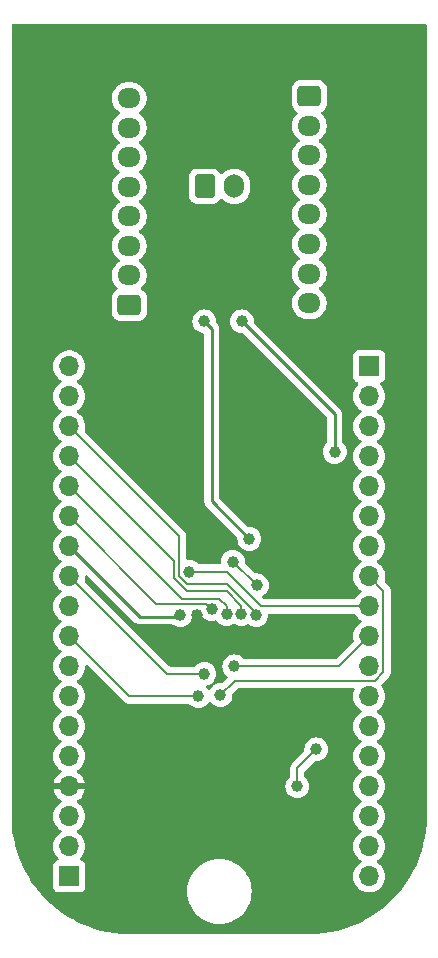
<source format=gbr>
G04 #@! TF.GenerationSoftware,KiCad,Pcbnew,8.0.8*
G04 #@! TF.CreationDate,2025-03-16T16:25:49-04:00*
G04 #@! TF.ProjectId,Combined_PCB,436f6d62-696e-4656-945f-5043422e6b69,1*
G04 #@! TF.SameCoordinates,Original*
G04 #@! TF.FileFunction,Copper,L4,Bot*
G04 #@! TF.FilePolarity,Positive*
%FSLAX46Y46*%
G04 Gerber Fmt 4.6, Leading zero omitted, Abs format (unit mm)*
G04 Created by KiCad (PCBNEW 8.0.8) date 2025-03-16 16:25:49*
%MOMM*%
%LPD*%
G01*
G04 APERTURE LIST*
G04 Aperture macros list*
%AMRoundRect*
0 Rectangle with rounded corners*
0 $1 Rounding radius*
0 $2 $3 $4 $5 $6 $7 $8 $9 X,Y pos of 4 corners*
0 Add a 4 corners polygon primitive as box body*
4,1,4,$2,$3,$4,$5,$6,$7,$8,$9,$2,$3,0*
0 Add four circle primitives for the rounded corners*
1,1,$1+$1,$2,$3*
1,1,$1+$1,$4,$5*
1,1,$1+$1,$6,$7*
1,1,$1+$1,$8,$9*
0 Add four rect primitives between the rounded corners*
20,1,$1+$1,$2,$3,$4,$5,0*
20,1,$1+$1,$4,$5,$6,$7,0*
20,1,$1+$1,$6,$7,$8,$9,0*
20,1,$1+$1,$8,$9,$2,$3,0*%
G04 Aperture macros list end*
G04 #@! TA.AperFunction,ComponentPad*
%ADD10R,1.700000X1.700000*%
G04 #@! TD*
G04 #@! TA.AperFunction,ComponentPad*
%ADD11O,1.700000X1.700000*%
G04 #@! TD*
G04 #@! TA.AperFunction,ComponentPad*
%ADD12RoundRect,0.250000X-0.600000X-0.750000X0.600000X-0.750000X0.600000X0.750000X-0.600000X0.750000X0*%
G04 #@! TD*
G04 #@! TA.AperFunction,ComponentPad*
%ADD13O,1.700000X2.000000*%
G04 #@! TD*
G04 #@! TA.AperFunction,ComponentPad*
%ADD14RoundRect,0.250000X-0.725000X0.600000X-0.725000X-0.600000X0.725000X-0.600000X0.725000X0.600000X0*%
G04 #@! TD*
G04 #@! TA.AperFunction,ComponentPad*
%ADD15O,1.950000X1.700000*%
G04 #@! TD*
G04 #@! TA.AperFunction,ComponentPad*
%ADD16RoundRect,0.250000X0.725000X-0.600000X0.725000X0.600000X-0.725000X0.600000X-0.725000X-0.600000X0*%
G04 #@! TD*
G04 #@! TA.AperFunction,ViaPad*
%ADD17C,1.000000*%
G04 #@! TD*
G04 #@! TA.AperFunction,Conductor*
%ADD18C,0.250000*%
G04 #@! TD*
G04 #@! TA.AperFunction,Conductor*
%ADD19C,0.200000*%
G04 #@! TD*
G04 APERTURE END LIST*
D10*
X106680000Y-91440000D03*
D11*
X106680000Y-88900000D03*
X106680000Y-86360000D03*
X106680000Y-83820000D03*
X106680000Y-81280000D03*
X106680000Y-78740000D03*
X106680000Y-76200000D03*
X106680000Y-73660000D03*
X106680000Y-71120000D03*
X106680000Y-68580000D03*
X106680000Y-66040000D03*
X106680000Y-63500000D03*
X106680000Y-60960000D03*
X106680000Y-58420000D03*
X106680000Y-55880000D03*
X106680000Y-53340000D03*
X106680000Y-50800000D03*
X106680000Y-48260000D03*
D12*
X118150000Y-33020000D03*
D13*
X120650000Y-33020000D03*
D10*
X132080000Y-48260000D03*
D11*
X132080000Y-50800000D03*
X132080000Y-53340000D03*
X132080000Y-55880000D03*
X132080000Y-58420000D03*
X132080000Y-60960000D03*
X132080000Y-63500000D03*
X132080000Y-66040000D03*
X132080000Y-68580000D03*
X132080000Y-71120000D03*
X132080000Y-73660000D03*
X132080000Y-76200000D03*
X132080000Y-78740000D03*
X132080000Y-81280000D03*
X132080000Y-83820000D03*
X132080000Y-86360000D03*
X132080000Y-88900000D03*
X132080000Y-91440000D03*
D14*
X127000002Y-25400000D03*
D15*
X127000002Y-27900000D03*
X127000002Y-30400000D03*
X127000002Y-32900000D03*
X127000002Y-35400000D03*
X127000002Y-37900000D03*
X127000002Y-40400000D03*
X127000002Y-42900000D03*
D16*
X111760000Y-43060000D03*
D15*
X111760000Y-40560000D03*
X111760000Y-38060000D03*
X111760000Y-35560000D03*
X111760000Y-33060000D03*
X111760000Y-30560000D03*
X111760000Y-28060000D03*
X111760000Y-25560000D03*
D17*
X116078000Y-69342000D03*
X118110000Y-84201000D03*
X115443000Y-79502000D03*
X126238000Y-54610000D03*
X128905000Y-69850000D03*
X132080000Y-44450000D03*
X125222000Y-60452000D03*
X123190000Y-81915000D03*
X121920000Y-54610000D03*
X119380000Y-24511000D03*
X112395000Y-54610000D03*
X116840000Y-54610000D03*
X116713000Y-40386000D03*
X117475000Y-69342000D03*
X106680000Y-44450000D03*
X127000000Y-92710000D03*
X113030000Y-92710000D03*
X121285000Y-44450000D03*
X129159212Y-55499212D03*
X118110000Y-44450000D03*
X121920000Y-62865000D03*
X127601041Y-80678959D03*
X125984000Y-83820000D03*
X122555000Y-66802000D03*
X120523000Y-64790000D03*
X118745000Y-68795000D03*
X118110000Y-74295000D03*
X121252397Y-69212478D03*
X122498678Y-69308870D03*
X120002397Y-69215026D03*
X117602000Y-76200000D03*
X119482576Y-76097424D03*
X116840000Y-65640000D03*
X120650000Y-73660000D03*
D18*
X115951000Y-69469000D02*
X116078000Y-69342000D01*
X112649000Y-69469000D02*
X115951000Y-69469000D01*
D19*
X118295000Y-68345000D02*
X114065000Y-68345000D01*
X114065000Y-68345000D02*
X106680000Y-60960000D01*
X118745000Y-68795000D02*
X118295000Y-68345000D01*
D18*
X112649000Y-69469000D02*
X106680000Y-63500000D01*
X129159212Y-52324212D02*
X129159212Y-55499212D01*
X121285000Y-44450000D02*
X129159212Y-52324212D01*
X118745000Y-59690000D02*
X121920000Y-62865000D01*
X118110000Y-44450000D02*
X118745000Y-45085000D01*
X118745000Y-45085000D02*
X118745000Y-59690000D01*
D19*
X125984000Y-82296000D02*
X125984000Y-83820000D01*
X127601041Y-80678959D02*
X125984000Y-82296000D01*
X120543000Y-64790000D02*
X120523000Y-64790000D01*
X122555000Y-66802000D02*
X120543000Y-64790000D01*
X114935000Y-74295000D02*
X106680000Y-66040000D01*
X118110000Y-74295000D02*
X114935000Y-74295000D01*
X115540000Y-64740000D02*
X115540000Y-66178478D01*
X121252397Y-68548793D02*
X121252397Y-69212478D01*
X106680000Y-55880000D02*
X115540000Y-64740000D01*
X120014302Y-67310698D02*
X121252397Y-68548793D01*
X115540000Y-66178478D02*
X116672220Y-67310698D01*
X116672220Y-67310698D02*
X120014302Y-67310698D01*
X122498678Y-69158678D02*
X122498678Y-69308870D01*
X116672918Y-66675000D02*
X120015000Y-66675000D01*
X106680000Y-53340000D02*
X115990000Y-62650000D01*
X115990000Y-65992082D02*
X116672918Y-66675000D01*
X120015000Y-66675000D02*
X122498678Y-69158678D01*
X115990000Y-62650000D02*
X115990000Y-65992082D01*
X106680000Y-58420000D02*
X116205000Y-67945000D01*
X119380000Y-67945000D02*
X120002397Y-68567397D01*
X116205000Y-67945000D02*
X119380000Y-67945000D01*
X120002397Y-68567397D02*
X120002397Y-69215026D01*
X111760000Y-76200000D02*
X117602000Y-76200000D01*
X106680000Y-71120000D02*
X111760000Y-76200000D01*
X119482576Y-76097424D02*
X120720000Y-74860000D01*
X120720000Y-74860000D02*
X132577057Y-74860000D01*
X133280000Y-67240000D02*
X132080000Y-66040000D01*
X132577057Y-74860000D02*
X133280000Y-74157057D01*
X133280000Y-74157057D02*
X133280000Y-67240000D01*
X116840000Y-65640000D02*
X119996000Y-65640000D01*
X122936000Y-68580000D02*
X132080000Y-68580000D01*
X119996000Y-65640000D02*
X122936000Y-68580000D01*
X120650000Y-73660000D02*
X129540000Y-73660000D01*
X129540000Y-73660000D02*
X132080000Y-71120000D01*
G04 #@! TA.AperFunction,Conductor*
G36*
X108253819Y-65969723D02*
G01*
X112245163Y-69961069D01*
X112245167Y-69961072D01*
X112348921Y-70030399D01*
X112348923Y-70030399D01*
X112348925Y-70030401D01*
X112464215Y-70078155D01*
X112464217Y-70078155D01*
X112464222Y-70078157D01*
X112586601Y-70102499D01*
X112586605Y-70102500D01*
X112586606Y-70102500D01*
X112711394Y-70102500D01*
X115370595Y-70102500D01*
X115437634Y-70122185D01*
X115449260Y-70130647D01*
X115514994Y-70184594D01*
X115515001Y-70184598D01*
X115690191Y-70278239D01*
X115690193Y-70278239D01*
X115690196Y-70278241D01*
X115880299Y-70335908D01*
X115880298Y-70335908D01*
X115898024Y-70337653D01*
X116078000Y-70355380D01*
X116275701Y-70335908D01*
X116465804Y-70278241D01*
X116641004Y-70184595D01*
X116794568Y-70058568D01*
X116920595Y-69905004D01*
X116979562Y-69794684D01*
X117014239Y-69729808D01*
X117014239Y-69729807D01*
X117014241Y-69729804D01*
X117071908Y-69539701D01*
X117091380Y-69342000D01*
X117071908Y-69144299D01*
X117062563Y-69113495D01*
X117061939Y-69043630D01*
X117099187Y-68984517D01*
X117162481Y-68954925D01*
X117181224Y-68953500D01*
X117647236Y-68953500D01*
X117714275Y-68973185D01*
X117760030Y-69025989D01*
X117765894Y-69041498D01*
X117787735Y-69113497D01*
X117808760Y-69182808D01*
X117902401Y-69357998D01*
X117902405Y-69358005D01*
X118028431Y-69511568D01*
X118181994Y-69637594D01*
X118182001Y-69637598D01*
X118357191Y-69731239D01*
X118357193Y-69731239D01*
X118357196Y-69731241D01*
X118547299Y-69788908D01*
X118547298Y-69788908D01*
X118560061Y-69790165D01*
X118745000Y-69808380D01*
X118942701Y-69788908D01*
X119044390Y-69758060D01*
X119114254Y-69757437D01*
X119173368Y-69794684D01*
X119176237Y-69798056D01*
X119285828Y-69931594D01*
X119439391Y-70057620D01*
X119439398Y-70057624D01*
X119614588Y-70151265D01*
X119614590Y-70151265D01*
X119614593Y-70151267D01*
X119804696Y-70208934D01*
X119804695Y-70208934D01*
X119822421Y-70210679D01*
X120002397Y-70228406D01*
X120200098Y-70208934D01*
X120390201Y-70151267D01*
X120394972Y-70148717D01*
X120570774Y-70054750D01*
X120572080Y-70057194D01*
X120627287Y-70039802D01*
X120688172Y-70054420D01*
X120689391Y-70055071D01*
X120689393Y-70055073D01*
X120694166Y-70057624D01*
X120864588Y-70148717D01*
X120864590Y-70148717D01*
X120864593Y-70148719D01*
X121054696Y-70206386D01*
X121054695Y-70206386D01*
X121072421Y-70208131D01*
X121252397Y-70225858D01*
X121450098Y-70206386D01*
X121640201Y-70148719D01*
X121640205Y-70148717D01*
X121744037Y-70093218D01*
X121812439Y-70078976D01*
X121877683Y-70103976D01*
X121881155Y-70106723D01*
X121935672Y-70151464D01*
X121935675Y-70151466D01*
X122110869Y-70245109D01*
X122110871Y-70245109D01*
X122110874Y-70245111D01*
X122300977Y-70302778D01*
X122300976Y-70302778D01*
X122318702Y-70304523D01*
X122498678Y-70322250D01*
X122696379Y-70302778D01*
X122886482Y-70245111D01*
X123061682Y-70151465D01*
X123215246Y-70025438D01*
X123341273Y-69871874D01*
X123434919Y-69696674D01*
X123492586Y-69506571D01*
X123512058Y-69308870D01*
X123512057Y-69308869D01*
X123512655Y-69302808D01*
X123514840Y-69303023D01*
X123531743Y-69245461D01*
X123584547Y-69199706D01*
X123636058Y-69188500D01*
X130787711Y-69188500D01*
X130854750Y-69208185D01*
X130891519Y-69244678D01*
X131004276Y-69417265D01*
X131004284Y-69417276D01*
X131156756Y-69582902D01*
X131156760Y-69582906D01*
X131334424Y-69721189D01*
X131334429Y-69721191D01*
X131334431Y-69721193D01*
X131370930Y-69740946D01*
X131420520Y-69790165D01*
X131435628Y-69858382D01*
X131411457Y-69923937D01*
X131370930Y-69959054D01*
X131334431Y-69978806D01*
X131334422Y-69978812D01*
X131156761Y-70117092D01*
X131156756Y-70117097D01*
X131004284Y-70282723D01*
X131004276Y-70282734D01*
X130881140Y-70471207D01*
X130790703Y-70677385D01*
X130735436Y-70895628D01*
X130735434Y-70895640D01*
X130716844Y-71119994D01*
X130716844Y-71120005D01*
X130735435Y-71344364D01*
X130770605Y-71483248D01*
X130767980Y-71553068D01*
X130738080Y-71601369D01*
X129324270Y-73015181D01*
X129262947Y-73048666D01*
X129236589Y-73051500D01*
X121513905Y-73051500D01*
X121446866Y-73031815D01*
X121418052Y-73006165D01*
X121366568Y-72943431D01*
X121213005Y-72817405D01*
X121212998Y-72817401D01*
X121037808Y-72723760D01*
X120942752Y-72694925D01*
X120847701Y-72666092D01*
X120847699Y-72666091D01*
X120847701Y-72666091D01*
X120650000Y-72646620D01*
X120452300Y-72666091D01*
X120262191Y-72723760D01*
X120087001Y-72817401D01*
X120086994Y-72817405D01*
X119933431Y-72943431D01*
X119807405Y-73096994D01*
X119807401Y-73097001D01*
X119713760Y-73272191D01*
X119656091Y-73462300D01*
X119636620Y-73660000D01*
X119656091Y-73857699D01*
X119713760Y-74047808D01*
X119807401Y-74222998D01*
X119807405Y-74223005D01*
X119933431Y-74376567D01*
X119933432Y-74376568D01*
X120052563Y-74474336D01*
X120091897Y-74532081D01*
X120093768Y-74601926D01*
X120061579Y-74657870D01*
X119663173Y-75056276D01*
X119601850Y-75089761D01*
X119563338Y-75091998D01*
X119482576Y-75084044D01*
X119284876Y-75103515D01*
X119094767Y-75161184D01*
X118914199Y-75257700D01*
X118913161Y-75255759D01*
X118855912Y-75273670D01*
X118855216Y-75273478D01*
X118834019Y-75322220D01*
X118817512Y-75338586D01*
X118766008Y-75380854D01*
X118639981Y-75534418D01*
X118639979Y-75534422D01*
X118617195Y-75577048D01*
X118568232Y-75626892D01*
X118500094Y-75642352D01*
X118434415Y-75618520D01*
X118411984Y-75597259D01*
X118318566Y-75483429D01*
X118314261Y-75479124D01*
X118315951Y-75477433D01*
X118282566Y-75428413D01*
X118280702Y-75358568D01*
X118316895Y-75298803D01*
X118364570Y-75271656D01*
X118497804Y-75231241D01*
X118497808Y-75231239D01*
X118678377Y-75134724D01*
X118679420Y-75136676D01*
X118736592Y-75118754D01*
X118737340Y-75118959D01*
X118758601Y-75070149D01*
X118775061Y-75053837D01*
X118826568Y-75011568D01*
X118952595Y-74858004D01*
X119046241Y-74682804D01*
X119103908Y-74492701D01*
X119123380Y-74295000D01*
X119103908Y-74097299D01*
X119046241Y-73907196D01*
X119046239Y-73907193D01*
X119046239Y-73907191D01*
X118952598Y-73732001D01*
X118952594Y-73731994D01*
X118826568Y-73578431D01*
X118673005Y-73452405D01*
X118672998Y-73452401D01*
X118497808Y-73358760D01*
X118402752Y-73329925D01*
X118307701Y-73301092D01*
X118307699Y-73301091D01*
X118307701Y-73301091D01*
X118110000Y-73281620D01*
X117912300Y-73301091D01*
X117722191Y-73358760D01*
X117547001Y-73452401D01*
X117546994Y-73452405D01*
X117393431Y-73578431D01*
X117341948Y-73641165D01*
X117284203Y-73680499D01*
X117246095Y-73686500D01*
X115238411Y-73686500D01*
X115171372Y-73666815D01*
X115150730Y-73650181D01*
X108021919Y-66521370D01*
X107988434Y-66460047D01*
X107989395Y-66403248D01*
X108024561Y-66264380D01*
X108024563Y-66264372D01*
X108024563Y-66264371D01*
X108024564Y-66264368D01*
X108042562Y-66047159D01*
X108067715Y-65981979D01*
X108124117Y-65940741D01*
X108193860Y-65936543D01*
X108253819Y-65969723D01*
G37*
G04 #@! TD.AperFunction*
G04 #@! TA.AperFunction,Conductor*
G36*
X136902539Y-19270185D02*
G01*
X136948294Y-19322989D01*
X136959500Y-19374500D01*
X136959500Y-86358141D01*
X136959443Y-86361886D01*
X136941442Y-86957590D01*
X136940990Y-86965067D01*
X136887222Y-87556755D01*
X136886319Y-87564191D01*
X136796925Y-88151545D01*
X136795575Y-88158912D01*
X136670883Y-88739790D01*
X136669091Y-88747063D01*
X136509545Y-89319382D01*
X136507316Y-89326533D01*
X136313517Y-89888141D01*
X136310861Y-89895145D01*
X136083500Y-90444045D01*
X136080426Y-90450875D01*
X135820337Y-90985044D01*
X135816856Y-90991676D01*
X135524998Y-91509154D01*
X135521123Y-91515564D01*
X135198540Y-92014497D01*
X135194285Y-92020662D01*
X134842168Y-92499202D01*
X134837548Y-92505098D01*
X134457194Y-92961488D01*
X134452227Y-92967095D01*
X134044997Y-93399701D01*
X134039701Y-93404997D01*
X133607095Y-93812227D01*
X133601488Y-93817194D01*
X133145098Y-94197548D01*
X133139202Y-94202168D01*
X132660662Y-94554285D01*
X132654497Y-94558540D01*
X132155564Y-94881123D01*
X132149154Y-94884998D01*
X131631676Y-95176856D01*
X131625044Y-95180337D01*
X131090875Y-95440426D01*
X131084045Y-95443500D01*
X130535145Y-95670861D01*
X130528141Y-95673517D01*
X129966533Y-95867316D01*
X129959382Y-95869545D01*
X129387063Y-96029091D01*
X129379790Y-96030883D01*
X128798912Y-96155575D01*
X128791545Y-96156925D01*
X128204191Y-96246319D01*
X128196755Y-96247222D01*
X127605067Y-96300990D01*
X127597590Y-96301442D01*
X127001886Y-96319443D01*
X126998141Y-96319500D01*
X111761859Y-96319500D01*
X111758114Y-96319443D01*
X111162409Y-96301442D01*
X111154932Y-96300990D01*
X110563244Y-96247222D01*
X110555808Y-96246319D01*
X109968454Y-96156925D01*
X109961087Y-96155575D01*
X109380209Y-96030883D01*
X109372936Y-96029091D01*
X108800617Y-95869545D01*
X108793466Y-95867316D01*
X108231858Y-95673517D01*
X108224854Y-95670861D01*
X107675954Y-95443500D01*
X107669124Y-95440426D01*
X107134955Y-95180337D01*
X107128323Y-95176856D01*
X106610845Y-94884998D01*
X106604435Y-94881123D01*
X106105502Y-94558540D01*
X106099350Y-94554294D01*
X105620797Y-94202168D01*
X105614901Y-94197548D01*
X105158511Y-93817194D01*
X105152904Y-93812227D01*
X104720298Y-93404997D01*
X104715002Y-93399701D01*
X104364836Y-93027715D01*
X104307769Y-92967092D01*
X104302805Y-92961488D01*
X104166971Y-92798500D01*
X103922448Y-92505094D01*
X103917831Y-92499202D01*
X103565700Y-92020642D01*
X103561459Y-92014497D01*
X103544192Y-91987791D01*
X103476192Y-91882616D01*
X103238876Y-91515564D01*
X103235001Y-91509154D01*
X102943143Y-90991676D01*
X102939662Y-90985044D01*
X102845282Y-90791207D01*
X102679568Y-90450864D01*
X102676499Y-90444045D01*
X102654326Y-90390515D01*
X102449134Y-89895135D01*
X102446482Y-89888141D01*
X102252679Y-89326521D01*
X102250454Y-89319382D01*
X102196087Y-89124359D01*
X102090905Y-88747053D01*
X102089116Y-88739790D01*
X102075345Y-88675640D01*
X101964423Y-88158909D01*
X101963074Y-88151545D01*
X101949555Y-88062723D01*
X101873679Y-87564189D01*
X101872777Y-87556755D01*
X101867728Y-87501189D01*
X101819007Y-86965044D01*
X101818558Y-86957612D01*
X101800557Y-86361886D01*
X101800500Y-86358141D01*
X101800500Y-48259994D01*
X105316844Y-48259994D01*
X105316844Y-48260005D01*
X105335434Y-48484359D01*
X105335436Y-48484371D01*
X105390703Y-48702614D01*
X105481140Y-48908792D01*
X105604276Y-49097265D01*
X105604284Y-49097276D01*
X105756756Y-49262902D01*
X105756760Y-49262906D01*
X105934424Y-49401189D01*
X105934429Y-49401191D01*
X105934431Y-49401193D01*
X105970930Y-49420946D01*
X106020520Y-49470165D01*
X106035628Y-49538382D01*
X106011457Y-49603937D01*
X105970930Y-49639054D01*
X105934431Y-49658806D01*
X105934422Y-49658812D01*
X105756761Y-49797092D01*
X105756756Y-49797097D01*
X105604284Y-49962723D01*
X105604276Y-49962734D01*
X105481140Y-50151207D01*
X105390703Y-50357385D01*
X105335436Y-50575628D01*
X105335434Y-50575640D01*
X105316844Y-50799994D01*
X105316844Y-50800005D01*
X105335434Y-51024359D01*
X105335436Y-51024371D01*
X105390703Y-51242614D01*
X105481140Y-51448792D01*
X105604276Y-51637265D01*
X105604284Y-51637276D01*
X105756756Y-51802902D01*
X105756760Y-51802906D01*
X105934424Y-51941189D01*
X105934429Y-51941191D01*
X105934431Y-51941193D01*
X105970930Y-51960946D01*
X106020520Y-52010165D01*
X106035628Y-52078382D01*
X106011457Y-52143937D01*
X105970930Y-52179054D01*
X105934431Y-52198806D01*
X105934422Y-52198812D01*
X105756761Y-52337092D01*
X105756756Y-52337097D01*
X105604284Y-52502723D01*
X105604276Y-52502734D01*
X105481140Y-52691207D01*
X105390703Y-52897385D01*
X105335436Y-53115628D01*
X105335434Y-53115640D01*
X105316844Y-53339994D01*
X105316844Y-53340005D01*
X105335434Y-53564359D01*
X105335436Y-53564371D01*
X105390703Y-53782614D01*
X105481140Y-53988792D01*
X105604276Y-54177265D01*
X105604284Y-54177276D01*
X105756756Y-54342902D01*
X105756760Y-54342906D01*
X105934424Y-54481189D01*
X105934429Y-54481191D01*
X105934431Y-54481193D01*
X105970930Y-54500946D01*
X106020520Y-54550165D01*
X106035628Y-54618382D01*
X106011457Y-54683937D01*
X105970930Y-54719054D01*
X105934431Y-54738806D01*
X105934422Y-54738812D01*
X105756761Y-54877092D01*
X105756756Y-54877097D01*
X105604284Y-55042723D01*
X105604276Y-55042734D01*
X105481140Y-55231207D01*
X105390703Y-55437385D01*
X105335436Y-55655628D01*
X105335434Y-55655640D01*
X105316844Y-55879994D01*
X105316844Y-55880005D01*
X105335434Y-56104359D01*
X105335436Y-56104371D01*
X105390703Y-56322614D01*
X105481140Y-56528792D01*
X105604276Y-56717265D01*
X105604284Y-56717276D01*
X105756756Y-56882902D01*
X105756760Y-56882906D01*
X105934424Y-57021189D01*
X105934429Y-57021191D01*
X105934431Y-57021193D01*
X105970930Y-57040946D01*
X106020520Y-57090165D01*
X106035628Y-57158382D01*
X106011457Y-57223937D01*
X105970930Y-57259054D01*
X105934431Y-57278806D01*
X105934422Y-57278812D01*
X105756761Y-57417092D01*
X105756756Y-57417097D01*
X105604284Y-57582723D01*
X105604276Y-57582734D01*
X105481140Y-57771207D01*
X105390703Y-57977385D01*
X105335436Y-58195628D01*
X105335434Y-58195640D01*
X105316844Y-58419994D01*
X105316844Y-58420005D01*
X105335434Y-58644359D01*
X105335436Y-58644371D01*
X105390703Y-58862614D01*
X105481140Y-59068792D01*
X105604276Y-59257265D01*
X105604284Y-59257276D01*
X105756756Y-59422902D01*
X105756761Y-59422907D01*
X105809448Y-59463915D01*
X105934424Y-59561189D01*
X105934429Y-59561191D01*
X105934431Y-59561193D01*
X105970930Y-59580946D01*
X106020520Y-59630165D01*
X106035628Y-59698382D01*
X106011457Y-59763937D01*
X105970930Y-59799054D01*
X105934431Y-59818806D01*
X105934422Y-59818812D01*
X105756761Y-59957092D01*
X105756756Y-59957097D01*
X105604284Y-60122723D01*
X105604276Y-60122734D01*
X105481140Y-60311207D01*
X105390703Y-60517385D01*
X105335436Y-60735628D01*
X105335434Y-60735640D01*
X105316844Y-60959994D01*
X105316844Y-60960005D01*
X105335434Y-61184359D01*
X105335436Y-61184371D01*
X105390703Y-61402614D01*
X105481140Y-61608792D01*
X105604276Y-61797265D01*
X105604284Y-61797276D01*
X105672238Y-61871092D01*
X105756760Y-61962906D01*
X105934424Y-62101189D01*
X105934429Y-62101191D01*
X105934431Y-62101193D01*
X105970930Y-62120946D01*
X106020520Y-62170165D01*
X106035628Y-62238382D01*
X106011457Y-62303937D01*
X105970930Y-62339054D01*
X105934431Y-62358806D01*
X105934422Y-62358812D01*
X105756761Y-62497092D01*
X105756756Y-62497097D01*
X105604284Y-62662723D01*
X105604276Y-62662734D01*
X105481140Y-62851207D01*
X105390703Y-63057385D01*
X105335436Y-63275628D01*
X105335434Y-63275640D01*
X105316844Y-63499994D01*
X105316844Y-63500005D01*
X105335434Y-63724359D01*
X105335436Y-63724371D01*
X105390703Y-63942614D01*
X105481140Y-64148792D01*
X105604276Y-64337265D01*
X105604284Y-64337276D01*
X105756756Y-64502902D01*
X105756760Y-64502906D01*
X105934424Y-64641189D01*
X105934429Y-64641191D01*
X105934431Y-64641193D01*
X105970930Y-64660946D01*
X106020520Y-64710165D01*
X106035628Y-64778382D01*
X106011457Y-64843937D01*
X105970930Y-64879054D01*
X105934431Y-64898806D01*
X105934422Y-64898812D01*
X105756761Y-65037092D01*
X105756756Y-65037097D01*
X105604284Y-65202723D01*
X105604276Y-65202734D01*
X105481140Y-65391207D01*
X105390703Y-65597385D01*
X105335436Y-65815628D01*
X105335434Y-65815640D01*
X105316844Y-66039994D01*
X105316844Y-66040005D01*
X105335434Y-66264359D01*
X105335436Y-66264371D01*
X105390703Y-66482614D01*
X105481140Y-66688792D01*
X105604276Y-66877265D01*
X105604284Y-66877276D01*
X105756756Y-67042902D01*
X105756761Y-67042907D01*
X105764113Y-67048629D01*
X105934424Y-67181189D01*
X105934429Y-67181191D01*
X105934431Y-67181193D01*
X105970930Y-67200946D01*
X106020520Y-67250165D01*
X106035628Y-67318382D01*
X106011457Y-67383937D01*
X105970930Y-67419054D01*
X105934431Y-67438806D01*
X105934422Y-67438812D01*
X105756761Y-67577092D01*
X105756756Y-67577097D01*
X105604284Y-67742723D01*
X105604276Y-67742734D01*
X105481140Y-67931207D01*
X105390703Y-68137385D01*
X105335436Y-68355628D01*
X105335434Y-68355640D01*
X105316844Y-68579994D01*
X105316844Y-68580005D01*
X105335434Y-68804359D01*
X105335436Y-68804371D01*
X105390703Y-69022614D01*
X105481140Y-69228792D01*
X105604276Y-69417265D01*
X105604284Y-69417276D01*
X105756756Y-69582902D01*
X105756760Y-69582906D01*
X105934424Y-69721189D01*
X105934429Y-69721191D01*
X105934431Y-69721193D01*
X105970930Y-69740946D01*
X106020520Y-69790165D01*
X106035628Y-69858382D01*
X106011457Y-69923937D01*
X105970930Y-69959054D01*
X105934431Y-69978806D01*
X105934422Y-69978812D01*
X105756761Y-70117092D01*
X105756756Y-70117097D01*
X105604284Y-70282723D01*
X105604276Y-70282734D01*
X105481140Y-70471207D01*
X105390703Y-70677385D01*
X105335436Y-70895628D01*
X105335434Y-70895640D01*
X105316844Y-71119994D01*
X105316844Y-71120005D01*
X105335434Y-71344359D01*
X105335436Y-71344371D01*
X105390703Y-71562614D01*
X105481140Y-71768792D01*
X105604276Y-71957265D01*
X105604284Y-71957276D01*
X105756756Y-72122902D01*
X105756760Y-72122906D01*
X105934424Y-72261189D01*
X105934429Y-72261191D01*
X105934431Y-72261193D01*
X105970930Y-72280946D01*
X106020520Y-72330165D01*
X106035628Y-72398382D01*
X106011457Y-72463937D01*
X105970930Y-72499054D01*
X105934431Y-72518806D01*
X105934422Y-72518812D01*
X105756761Y-72657092D01*
X105756756Y-72657097D01*
X105604284Y-72822723D01*
X105604276Y-72822734D01*
X105481140Y-73011207D01*
X105390703Y-73217385D01*
X105335436Y-73435628D01*
X105335434Y-73435640D01*
X105316844Y-73659994D01*
X105316844Y-73660005D01*
X105335434Y-73884359D01*
X105335436Y-73884371D01*
X105390703Y-74102614D01*
X105481140Y-74308792D01*
X105604276Y-74497265D01*
X105604284Y-74497276D01*
X105700623Y-74601926D01*
X105756760Y-74662906D01*
X105934424Y-74801189D01*
X105934429Y-74801191D01*
X105934431Y-74801193D01*
X105970930Y-74820946D01*
X106020520Y-74870165D01*
X106035628Y-74938382D01*
X106011457Y-75003937D01*
X105970930Y-75039054D01*
X105934431Y-75058806D01*
X105934422Y-75058812D01*
X105756761Y-75197092D01*
X105756756Y-75197097D01*
X105604284Y-75362723D01*
X105604276Y-75362734D01*
X105481140Y-75551207D01*
X105390703Y-75757385D01*
X105335436Y-75975628D01*
X105335434Y-75975640D01*
X105316844Y-76199994D01*
X105316844Y-76200005D01*
X105335434Y-76424359D01*
X105335436Y-76424371D01*
X105390703Y-76642614D01*
X105481140Y-76848792D01*
X105604276Y-77037265D01*
X105604284Y-77037276D01*
X105756756Y-77202902D01*
X105756761Y-77202907D01*
X105770217Y-77213380D01*
X105934424Y-77341189D01*
X105934429Y-77341191D01*
X105934431Y-77341193D01*
X105970930Y-77360946D01*
X106020520Y-77410165D01*
X106035628Y-77478382D01*
X106011457Y-77543937D01*
X105970930Y-77579054D01*
X105934431Y-77598806D01*
X105934422Y-77598812D01*
X105756761Y-77737092D01*
X105756756Y-77737097D01*
X105604284Y-77902723D01*
X105604276Y-77902734D01*
X105481140Y-78091207D01*
X105390703Y-78297385D01*
X105335436Y-78515628D01*
X105335434Y-78515640D01*
X105316844Y-78739994D01*
X105316844Y-78740005D01*
X105335434Y-78964359D01*
X105335436Y-78964371D01*
X105390703Y-79182614D01*
X105481140Y-79388792D01*
X105604276Y-79577265D01*
X105604284Y-79577276D01*
X105703499Y-79685050D01*
X105756760Y-79742906D01*
X105934424Y-79881189D01*
X105934429Y-79881191D01*
X105934431Y-79881193D01*
X105970930Y-79900946D01*
X106020520Y-79950165D01*
X106035628Y-80018382D01*
X106011457Y-80083937D01*
X105970930Y-80119054D01*
X105934431Y-80138806D01*
X105934422Y-80138812D01*
X105756761Y-80277092D01*
X105756756Y-80277097D01*
X105604284Y-80442723D01*
X105604276Y-80442734D01*
X105481140Y-80631207D01*
X105390703Y-80837385D01*
X105335436Y-81055628D01*
X105335434Y-81055640D01*
X105316844Y-81279994D01*
X105316844Y-81280005D01*
X105335434Y-81504359D01*
X105335436Y-81504371D01*
X105390703Y-81722614D01*
X105481140Y-81928792D01*
X105604276Y-82117265D01*
X105604284Y-82117276D01*
X105756756Y-82282902D01*
X105756760Y-82282906D01*
X105934424Y-82421189D01*
X105970930Y-82440945D01*
X105977695Y-82444606D01*
X106027286Y-82493825D01*
X106042394Y-82562042D01*
X106018224Y-82627597D01*
X105989802Y-82655236D01*
X105808922Y-82781890D01*
X105808920Y-82781891D01*
X105641891Y-82948920D01*
X105641886Y-82948926D01*
X105506400Y-83142420D01*
X105506399Y-83142422D01*
X105406570Y-83356507D01*
X105406567Y-83356513D01*
X105349364Y-83569999D01*
X105349364Y-83570000D01*
X106246988Y-83570000D01*
X106214075Y-83627007D01*
X106180000Y-83754174D01*
X106180000Y-83885826D01*
X106214075Y-84012993D01*
X106246988Y-84070000D01*
X105349364Y-84070000D01*
X105406567Y-84283486D01*
X105406570Y-84283492D01*
X105506399Y-84497578D01*
X105641894Y-84691082D01*
X105808917Y-84858105D01*
X105989802Y-84984763D01*
X106033427Y-85039340D01*
X106040619Y-85108839D01*
X106009097Y-85171193D01*
X105977697Y-85195392D01*
X105934427Y-85218809D01*
X105934422Y-85218812D01*
X105756761Y-85357092D01*
X105756756Y-85357097D01*
X105604284Y-85522723D01*
X105604276Y-85522734D01*
X105481140Y-85711207D01*
X105390703Y-85917385D01*
X105335436Y-86135628D01*
X105335434Y-86135640D01*
X105316844Y-86359994D01*
X105316844Y-86360005D01*
X105335434Y-86584359D01*
X105335436Y-86584371D01*
X105390703Y-86802614D01*
X105481140Y-87008792D01*
X105604276Y-87197265D01*
X105604284Y-87197276D01*
X105756756Y-87362902D01*
X105756760Y-87362906D01*
X105934424Y-87501189D01*
X105934429Y-87501191D01*
X105934431Y-87501193D01*
X105970930Y-87520946D01*
X106020520Y-87570165D01*
X106035628Y-87638382D01*
X106011457Y-87703937D01*
X105970930Y-87739054D01*
X105934431Y-87758806D01*
X105934422Y-87758812D01*
X105756761Y-87897092D01*
X105756756Y-87897097D01*
X105604284Y-88062723D01*
X105604276Y-88062734D01*
X105481140Y-88251207D01*
X105390703Y-88457385D01*
X105335436Y-88675628D01*
X105335434Y-88675640D01*
X105316844Y-88899994D01*
X105316844Y-88900005D01*
X105335434Y-89124359D01*
X105335436Y-89124371D01*
X105390703Y-89342614D01*
X105481140Y-89548792D01*
X105604276Y-89737265D01*
X105604284Y-89737276D01*
X105749489Y-89895008D01*
X105780412Y-89957662D01*
X105772552Y-90027088D01*
X105728405Y-90081244D01*
X105701596Y-90095172D01*
X105583794Y-90139111D01*
X105466739Y-90226739D01*
X105379111Y-90343795D01*
X105328011Y-90480795D01*
X105328011Y-90480797D01*
X105321500Y-90541345D01*
X105321500Y-92338654D01*
X105328011Y-92399202D01*
X105328011Y-92399204D01*
X105366756Y-92503079D01*
X105379111Y-92536204D01*
X105466739Y-92653261D01*
X105583796Y-92740889D01*
X105720799Y-92791989D01*
X105748050Y-92794918D01*
X105781345Y-92798499D01*
X105781362Y-92798500D01*
X107578638Y-92798500D01*
X107578654Y-92798499D01*
X107605692Y-92795591D01*
X107639201Y-92791989D01*
X107776204Y-92740889D01*
X107817467Y-92710000D01*
X116634491Y-92710000D01*
X116654508Y-93040929D01*
X116654508Y-93040934D01*
X116654509Y-93040935D01*
X116714271Y-93367043D01*
X116788510Y-93605288D01*
X116812904Y-93683570D01*
X116948970Y-93985897D01*
X116948976Y-93985907D01*
X117120483Y-94269617D01*
X117120488Y-94269624D01*
X117324959Y-94530612D01*
X117559387Y-94765040D01*
X117559391Y-94765043D01*
X117820373Y-94969510D01*
X117820375Y-94969511D01*
X117820382Y-94969516D01*
X117919584Y-95029485D01*
X118104098Y-95141027D01*
X118406429Y-95277096D01*
X118722957Y-95375729D01*
X119049065Y-95435491D01*
X119380000Y-95455509D01*
X119710935Y-95435491D01*
X120037043Y-95375729D01*
X120353571Y-95277096D01*
X120655902Y-95141027D01*
X120939627Y-94969510D01*
X121200609Y-94765043D01*
X121435043Y-94530609D01*
X121639510Y-94269627D01*
X121811027Y-93985902D01*
X121947096Y-93683571D01*
X122045729Y-93367043D01*
X122105491Y-93040935D01*
X122125509Y-92710000D01*
X122105491Y-92379065D01*
X122045729Y-92052957D01*
X121947096Y-91736429D01*
X121811027Y-91434098D01*
X121678965Y-91215640D01*
X121639516Y-91150382D01*
X121639511Y-91150375D01*
X121639510Y-91150373D01*
X121435043Y-90889391D01*
X121435040Y-90889387D01*
X121200612Y-90654959D01*
X120939624Y-90450488D01*
X120939617Y-90450483D01*
X120655907Y-90278976D01*
X120655897Y-90278970D01*
X120413775Y-90170000D01*
X120353571Y-90142904D01*
X120037043Y-90044271D01*
X119710935Y-89984509D01*
X119710934Y-89984508D01*
X119710929Y-89984508D01*
X119380000Y-89964491D01*
X119049070Y-89984508D01*
X118722956Y-90044271D01*
X118406429Y-90142904D01*
X118104102Y-90278970D01*
X118104092Y-90278976D01*
X117820382Y-90450483D01*
X117820375Y-90450488D01*
X117559387Y-90654959D01*
X117324959Y-90889387D01*
X117120488Y-91150375D01*
X117120483Y-91150382D01*
X116948976Y-91434092D01*
X116948970Y-91434102D01*
X116812904Y-91736429D01*
X116714271Y-92052956D01*
X116654508Y-92379070D01*
X116634491Y-92710000D01*
X107817467Y-92710000D01*
X107893261Y-92653261D01*
X107980889Y-92536204D01*
X108031989Y-92399201D01*
X108035591Y-92365692D01*
X108038499Y-92338654D01*
X108038500Y-92338637D01*
X108038500Y-90541362D01*
X108038499Y-90541345D01*
X108035157Y-90510270D01*
X108031989Y-90480799D01*
X108020683Y-90450488D01*
X107990849Y-90370500D01*
X107980889Y-90343796D01*
X107893261Y-90226739D01*
X107776204Y-90139111D01*
X107658404Y-90095172D01*
X107602471Y-90053300D01*
X107578055Y-89987835D01*
X107592908Y-89919562D01*
X107610504Y-89895014D01*
X107755722Y-89737268D01*
X107878860Y-89548791D01*
X107969296Y-89342616D01*
X108024564Y-89124368D01*
X108043156Y-88900000D01*
X108029880Y-88739790D01*
X108024565Y-88675640D01*
X108024563Y-88675628D01*
X107969296Y-88457385D01*
X107878859Y-88251207D01*
X107755723Y-88062734D01*
X107755715Y-88062723D01*
X107603243Y-87897097D01*
X107603238Y-87897092D01*
X107425577Y-87758812D01*
X107425578Y-87758812D01*
X107425576Y-87758811D01*
X107389070Y-87739055D01*
X107339479Y-87689836D01*
X107324371Y-87621619D01*
X107348541Y-87556064D01*
X107389070Y-87520945D01*
X107389084Y-87520936D01*
X107425576Y-87501189D01*
X107603240Y-87362906D01*
X107755722Y-87197268D01*
X107878860Y-87008791D01*
X107969296Y-86802616D01*
X108024564Y-86584368D01*
X108043156Y-86360000D01*
X108039851Y-86320118D01*
X108024565Y-86135640D01*
X108024563Y-86135628D01*
X107969296Y-85917385D01*
X107878859Y-85711207D01*
X107755723Y-85522734D01*
X107755715Y-85522723D01*
X107603243Y-85357097D01*
X107603238Y-85357092D01*
X107425577Y-85218812D01*
X107425577Y-85218811D01*
X107382303Y-85195393D01*
X107332713Y-85146173D01*
X107317605Y-85077957D01*
X107341775Y-85012401D01*
X107370198Y-84984763D01*
X107551079Y-84858108D01*
X107718105Y-84691082D01*
X107853600Y-84497578D01*
X107953429Y-84283492D01*
X107953432Y-84283486D01*
X108010636Y-84070000D01*
X107113012Y-84070000D01*
X107145925Y-84012993D01*
X107180000Y-83885826D01*
X107180000Y-83820000D01*
X124970620Y-83820000D01*
X124990091Y-84017699D01*
X125047760Y-84207808D01*
X125141401Y-84382998D01*
X125141405Y-84383005D01*
X125267431Y-84536568D01*
X125420994Y-84662594D01*
X125421001Y-84662598D01*
X125596191Y-84756239D01*
X125596193Y-84756239D01*
X125596196Y-84756241D01*
X125786299Y-84813908D01*
X125786298Y-84813908D01*
X125804024Y-84815653D01*
X125984000Y-84833380D01*
X126181701Y-84813908D01*
X126371804Y-84756241D01*
X126547004Y-84662595D01*
X126700568Y-84536568D01*
X126826595Y-84383004D01*
X126882782Y-84277884D01*
X126920239Y-84207808D01*
X126920239Y-84207807D01*
X126920241Y-84207804D01*
X126977908Y-84017701D01*
X126997380Y-83820000D01*
X126977908Y-83622299D01*
X126920241Y-83432196D01*
X126920239Y-83432193D01*
X126920239Y-83432191D01*
X126826598Y-83257001D01*
X126826594Y-83256994D01*
X126700570Y-83103433D01*
X126637834Y-83051946D01*
X126598500Y-82994200D01*
X126592500Y-82956094D01*
X126592500Y-82599410D01*
X126612185Y-82532371D01*
X126628815Y-82511733D01*
X127420444Y-81720103D01*
X127481765Y-81686620D01*
X127520272Y-81684383D01*
X127601041Y-81692339D01*
X127798742Y-81672867D01*
X127988845Y-81615200D01*
X128164045Y-81521554D01*
X128317609Y-81395527D01*
X128443636Y-81241963D01*
X128537282Y-81066763D01*
X128594949Y-80876660D01*
X128614421Y-80678959D01*
X128594949Y-80481258D01*
X128537282Y-80291155D01*
X128537280Y-80291152D01*
X128537280Y-80291150D01*
X128443639Y-80115960D01*
X128443635Y-80115953D01*
X128317609Y-79962390D01*
X128164046Y-79836364D01*
X128164039Y-79836360D01*
X127988849Y-79742719D01*
X127893793Y-79713884D01*
X127798742Y-79685051D01*
X127798740Y-79685050D01*
X127798742Y-79685050D01*
X127601041Y-79665579D01*
X127403341Y-79685050D01*
X127213232Y-79742719D01*
X127038042Y-79836360D01*
X127038035Y-79836364D01*
X126884472Y-79962390D01*
X126758446Y-80115953D01*
X126758442Y-80115960D01*
X126664801Y-80291150D01*
X126607132Y-80481259D01*
X126587661Y-80678959D01*
X126595615Y-80759721D01*
X126582596Y-80828367D01*
X126559893Y-80859556D01*
X125497080Y-81922370D01*
X125497076Y-81922376D01*
X125416967Y-82061126D01*
X125416968Y-82061126D01*
X125416968Y-82061127D01*
X125375500Y-82215889D01*
X125375500Y-82956094D01*
X125355815Y-83023133D01*
X125330166Y-83051946D01*
X125267429Y-83103433D01*
X125141405Y-83256994D01*
X125141401Y-83257001D01*
X125047760Y-83432191D01*
X124990091Y-83622300D01*
X124970620Y-83820000D01*
X107180000Y-83820000D01*
X107180000Y-83754174D01*
X107145925Y-83627007D01*
X107113012Y-83570000D01*
X108010636Y-83570000D01*
X108010635Y-83569999D01*
X107953432Y-83356513D01*
X107953429Y-83356507D01*
X107853600Y-83142422D01*
X107853599Y-83142420D01*
X107718113Y-82948926D01*
X107718108Y-82948920D01*
X107551082Y-82781894D01*
X107370197Y-82655236D01*
X107326572Y-82600659D01*
X107319380Y-82531160D01*
X107350902Y-82468806D01*
X107382300Y-82444608D01*
X107425576Y-82421189D01*
X107603240Y-82282906D01*
X107755722Y-82117268D01*
X107878860Y-81928791D01*
X107969296Y-81722616D01*
X108024564Y-81504368D01*
X108043156Y-81280000D01*
X108040004Y-81241964D01*
X108024565Y-81055640D01*
X108024563Y-81055628D01*
X107979242Y-80876660D01*
X107969296Y-80837384D01*
X107878860Y-80631209D01*
X107755722Y-80442732D01*
X107755719Y-80442729D01*
X107755715Y-80442723D01*
X107603243Y-80277097D01*
X107603238Y-80277092D01*
X107425577Y-80138812D01*
X107425578Y-80138812D01*
X107425576Y-80138811D01*
X107389070Y-80119055D01*
X107339479Y-80069836D01*
X107324371Y-80001619D01*
X107348541Y-79936064D01*
X107389070Y-79900945D01*
X107389084Y-79900936D01*
X107425576Y-79881189D01*
X107603240Y-79742906D01*
X107755722Y-79577268D01*
X107878860Y-79388791D01*
X107969296Y-79182616D01*
X108024564Y-78964368D01*
X108043156Y-78740000D01*
X108024564Y-78515632D01*
X107969296Y-78297384D01*
X107878860Y-78091209D01*
X107755722Y-77902732D01*
X107755719Y-77902729D01*
X107755715Y-77902723D01*
X107603243Y-77737097D01*
X107603238Y-77737092D01*
X107425577Y-77598812D01*
X107425578Y-77598812D01*
X107425576Y-77598811D01*
X107389070Y-77579055D01*
X107339479Y-77529836D01*
X107324371Y-77461619D01*
X107348541Y-77396064D01*
X107389070Y-77360945D01*
X107389084Y-77360936D01*
X107425576Y-77341189D01*
X107603240Y-77202906D01*
X107705952Y-77091332D01*
X107755715Y-77037276D01*
X107755716Y-77037274D01*
X107755722Y-77037268D01*
X107878860Y-76848791D01*
X107969296Y-76642616D01*
X108024564Y-76424368D01*
X108043156Y-76200000D01*
X108034656Y-76097425D01*
X108024565Y-75975640D01*
X108024563Y-75975628D01*
X107969296Y-75757385D01*
X107918838Y-75642352D01*
X107878860Y-75551209D01*
X107837684Y-75488185D01*
X107767563Y-75380856D01*
X107755722Y-75362732D01*
X107755719Y-75362729D01*
X107755715Y-75362723D01*
X107603243Y-75197097D01*
X107603238Y-75197092D01*
X107440143Y-75070149D01*
X107425576Y-75058811D01*
X107389070Y-75039055D01*
X107339479Y-74989836D01*
X107324371Y-74921619D01*
X107348541Y-74856064D01*
X107389070Y-74820945D01*
X107389084Y-74820936D01*
X107425576Y-74801189D01*
X107603240Y-74662906D01*
X107755722Y-74497268D01*
X107878860Y-74308791D01*
X107969296Y-74102616D01*
X108024564Y-73884368D01*
X108037190Y-73731996D01*
X108043156Y-73660005D01*
X108043156Y-73660000D01*
X108042513Y-73652244D01*
X108056592Y-73583808D01*
X108105435Y-73533847D01*
X108173536Y-73518224D01*
X108239272Y-73541899D01*
X108253769Y-73554318D01*
X111386373Y-76686922D01*
X111525127Y-76767032D01*
X111592682Y-76785133D01*
X111679889Y-76808500D01*
X111679890Y-76808500D01*
X111840110Y-76808500D01*
X116738095Y-76808500D01*
X116805134Y-76828185D01*
X116833948Y-76853835D01*
X116885431Y-76916568D01*
X117038994Y-77042594D01*
X117039001Y-77042598D01*
X117214191Y-77136239D01*
X117214193Y-77136239D01*
X117214196Y-77136241D01*
X117404299Y-77193908D01*
X117404298Y-77193908D01*
X117422024Y-77195653D01*
X117602000Y-77213380D01*
X117799701Y-77193908D01*
X117989804Y-77136241D01*
X118037394Y-77110804D01*
X118164998Y-77042598D01*
X118165004Y-77042595D01*
X118318568Y-76916568D01*
X118444595Y-76763004D01*
X118467379Y-76720378D01*
X118516340Y-76670533D01*
X118584478Y-76655071D01*
X118650158Y-76678901D01*
X118672591Y-76700164D01*
X118766007Y-76813992D01*
X118919570Y-76940018D01*
X118919577Y-76940022D01*
X119094767Y-77033663D01*
X119094769Y-77033663D01*
X119094772Y-77033665D01*
X119284875Y-77091332D01*
X119284874Y-77091332D01*
X119302600Y-77093077D01*
X119482576Y-77110804D01*
X119680277Y-77091332D01*
X119870380Y-77033665D01*
X120045580Y-76940019D01*
X120199144Y-76813992D01*
X120325171Y-76660428D01*
X120418817Y-76485228D01*
X120476484Y-76295125D01*
X120495956Y-76097424D01*
X120488000Y-76016658D01*
X120501018Y-75948016D01*
X120523719Y-75916828D01*
X120935730Y-75504819D01*
X120997053Y-75471334D01*
X121023411Y-75468500D01*
X130727624Y-75468500D01*
X130794663Y-75488185D01*
X130840418Y-75540989D01*
X130850362Y-75610147D01*
X130841180Y-75642308D01*
X130824516Y-75680298D01*
X130790703Y-75757385D01*
X130735436Y-75975628D01*
X130735434Y-75975640D01*
X130716844Y-76199994D01*
X130716844Y-76200005D01*
X130735434Y-76424359D01*
X130735436Y-76424371D01*
X130790703Y-76642614D01*
X130881140Y-76848792D01*
X131004276Y-77037265D01*
X131004284Y-77037276D01*
X131156756Y-77202902D01*
X131156761Y-77202907D01*
X131170217Y-77213380D01*
X131334424Y-77341189D01*
X131334429Y-77341191D01*
X131334431Y-77341193D01*
X131370930Y-77360946D01*
X131420520Y-77410165D01*
X131435628Y-77478382D01*
X131411457Y-77543937D01*
X131370930Y-77579054D01*
X131334431Y-77598806D01*
X131334422Y-77598812D01*
X131156761Y-77737092D01*
X131156756Y-77737097D01*
X131004284Y-77902723D01*
X131004276Y-77902734D01*
X130881140Y-78091207D01*
X130790703Y-78297385D01*
X130735436Y-78515628D01*
X130735434Y-78515640D01*
X130716844Y-78739994D01*
X130716844Y-78740005D01*
X130735434Y-78964359D01*
X130735436Y-78964371D01*
X130790703Y-79182614D01*
X130881140Y-79388792D01*
X131004276Y-79577265D01*
X131004284Y-79577276D01*
X131103499Y-79685050D01*
X131156760Y-79742906D01*
X131334424Y-79881189D01*
X131334429Y-79881191D01*
X131334431Y-79881193D01*
X131370930Y-79900946D01*
X131420520Y-79950165D01*
X131435628Y-80018382D01*
X131411457Y-80083937D01*
X131370930Y-80119054D01*
X131334431Y-80138806D01*
X131334422Y-80138812D01*
X131156761Y-80277092D01*
X131156756Y-80277097D01*
X131004284Y-80442723D01*
X131004276Y-80442734D01*
X130881140Y-80631207D01*
X130790703Y-80837385D01*
X130735436Y-81055628D01*
X130735434Y-81055640D01*
X130716844Y-81279994D01*
X130716844Y-81280005D01*
X130735434Y-81504359D01*
X130735436Y-81504371D01*
X130790703Y-81722614D01*
X130881140Y-81928792D01*
X131004276Y-82117265D01*
X131004284Y-82117276D01*
X131156756Y-82282902D01*
X131156760Y-82282906D01*
X131334424Y-82421189D01*
X131334429Y-82421191D01*
X131334431Y-82421193D01*
X131370930Y-82440946D01*
X131420520Y-82490165D01*
X131435628Y-82558382D01*
X131411457Y-82623937D01*
X131370930Y-82659054D01*
X131334431Y-82678806D01*
X131334422Y-82678812D01*
X131156761Y-82817092D01*
X131156756Y-82817097D01*
X131004284Y-82982723D01*
X131004276Y-82982734D01*
X130881140Y-83171207D01*
X130790703Y-83377385D01*
X130735436Y-83595628D01*
X130735434Y-83595640D01*
X130716844Y-83819994D01*
X130716844Y-83820005D01*
X130735434Y-84044359D01*
X130735436Y-84044371D01*
X130790703Y-84262614D01*
X130881140Y-84468792D01*
X131004276Y-84657265D01*
X131004284Y-84657276D01*
X131156756Y-84822902D01*
X131156761Y-84822907D01*
X131170217Y-84833380D01*
X131334424Y-84961189D01*
X131334429Y-84961191D01*
X131334431Y-84961193D01*
X131370930Y-84980946D01*
X131420520Y-85030165D01*
X131435628Y-85098382D01*
X131411457Y-85163937D01*
X131370930Y-85199054D01*
X131334431Y-85218806D01*
X131334422Y-85218812D01*
X131156761Y-85357092D01*
X131156756Y-85357097D01*
X131004284Y-85522723D01*
X131004276Y-85522734D01*
X130881140Y-85711207D01*
X130790703Y-85917385D01*
X130735436Y-86135628D01*
X130735434Y-86135640D01*
X130716844Y-86359994D01*
X130716844Y-86360005D01*
X130735434Y-86584359D01*
X130735436Y-86584371D01*
X130790703Y-86802614D01*
X130881140Y-87008792D01*
X131004276Y-87197265D01*
X131004284Y-87197276D01*
X131156756Y-87362902D01*
X131156760Y-87362906D01*
X131334424Y-87501189D01*
X131334429Y-87501191D01*
X131334431Y-87501193D01*
X131370930Y-87520946D01*
X131420520Y-87570165D01*
X131435628Y-87638382D01*
X131411457Y-87703937D01*
X131370930Y-87739054D01*
X131334431Y-87758806D01*
X131334422Y-87758812D01*
X131156761Y-87897092D01*
X131156756Y-87897097D01*
X131004284Y-88062723D01*
X131004276Y-88062734D01*
X130881140Y-88251207D01*
X130790703Y-88457385D01*
X130735436Y-88675628D01*
X130735434Y-88675640D01*
X130716844Y-88899994D01*
X130716844Y-88900005D01*
X130735434Y-89124359D01*
X130735436Y-89124371D01*
X130790703Y-89342614D01*
X130881140Y-89548792D01*
X131004276Y-89737265D01*
X131004284Y-89737276D01*
X131146432Y-89891687D01*
X131156760Y-89902906D01*
X131334424Y-90041189D01*
X131334429Y-90041191D01*
X131334431Y-90041193D01*
X131370930Y-90060946D01*
X131420520Y-90110165D01*
X131435628Y-90178382D01*
X131411457Y-90243937D01*
X131370930Y-90279054D01*
X131334431Y-90298806D01*
X131334422Y-90298812D01*
X131156761Y-90437092D01*
X131156756Y-90437097D01*
X131004284Y-90602723D01*
X131004276Y-90602734D01*
X130881140Y-90791207D01*
X130790703Y-90997385D01*
X130735436Y-91215628D01*
X130735434Y-91215640D01*
X130716844Y-91439994D01*
X130716844Y-91440005D01*
X130735434Y-91664359D01*
X130735436Y-91664371D01*
X130790703Y-91882614D01*
X130881140Y-92088792D01*
X131004276Y-92277265D01*
X131004284Y-92277276D01*
X131156756Y-92442902D01*
X131156760Y-92442906D01*
X131334424Y-92581189D01*
X131334425Y-92581189D01*
X131334427Y-92581191D01*
X131461135Y-92649761D01*
X131532426Y-92688342D01*
X131745365Y-92761444D01*
X131967431Y-92798500D01*
X132192569Y-92798500D01*
X132414635Y-92761444D01*
X132627574Y-92688342D01*
X132825576Y-92581189D01*
X133003240Y-92442906D01*
X133155722Y-92277268D01*
X133278860Y-92088791D01*
X133369296Y-91882616D01*
X133424564Y-91664368D01*
X133434849Y-91540250D01*
X133443156Y-91440005D01*
X133443156Y-91439994D01*
X133424565Y-91215640D01*
X133424563Y-91215628D01*
X133369296Y-90997385D01*
X133365359Y-90988410D01*
X133278860Y-90791209D01*
X133155722Y-90602732D01*
X133155719Y-90602729D01*
X133155715Y-90602723D01*
X133003243Y-90437097D01*
X133003238Y-90437092D01*
X132825577Y-90298812D01*
X132825578Y-90298812D01*
X132825576Y-90298811D01*
X132789070Y-90279055D01*
X132739479Y-90229836D01*
X132724371Y-90161619D01*
X132748541Y-90096064D01*
X132789070Y-90060945D01*
X132789084Y-90060936D01*
X132825576Y-90041189D01*
X133003240Y-89902906D01*
X133155722Y-89737268D01*
X133278860Y-89548791D01*
X133369296Y-89342616D01*
X133424564Y-89124368D01*
X133443156Y-88900000D01*
X133429880Y-88739790D01*
X133424565Y-88675640D01*
X133424563Y-88675628D01*
X133369296Y-88457385D01*
X133278859Y-88251207D01*
X133155723Y-88062734D01*
X133155715Y-88062723D01*
X133003243Y-87897097D01*
X133003238Y-87897092D01*
X132825577Y-87758812D01*
X132825578Y-87758812D01*
X132825576Y-87758811D01*
X132789070Y-87739055D01*
X132739479Y-87689836D01*
X132724371Y-87621619D01*
X132748541Y-87556064D01*
X132789070Y-87520945D01*
X132789084Y-87520936D01*
X132825576Y-87501189D01*
X133003240Y-87362906D01*
X133155722Y-87197268D01*
X133278860Y-87008791D01*
X133369296Y-86802616D01*
X133424564Y-86584368D01*
X133443156Y-86360000D01*
X133439851Y-86320118D01*
X133424565Y-86135640D01*
X133424563Y-86135628D01*
X133369296Y-85917385D01*
X133278859Y-85711207D01*
X133155723Y-85522734D01*
X133155715Y-85522723D01*
X133003243Y-85357097D01*
X133003238Y-85357092D01*
X132825577Y-85218812D01*
X132825578Y-85218812D01*
X132825576Y-85218811D01*
X132789070Y-85199055D01*
X132739479Y-85149836D01*
X132724371Y-85081619D01*
X132748541Y-85016064D01*
X132789070Y-84980945D01*
X132789084Y-84980936D01*
X132825576Y-84961189D01*
X133003240Y-84822906D01*
X133124594Y-84691082D01*
X133155715Y-84657276D01*
X133155716Y-84657274D01*
X133155722Y-84657268D01*
X133278860Y-84468791D01*
X133369296Y-84262616D01*
X133424564Y-84044368D01*
X133427164Y-84012993D01*
X133443156Y-83820005D01*
X133443156Y-83819994D01*
X133424565Y-83595640D01*
X133424563Y-83595628D01*
X133369296Y-83377385D01*
X133360138Y-83356507D01*
X133278860Y-83171209D01*
X133155722Y-82982732D01*
X133155719Y-82982729D01*
X133155715Y-82982723D01*
X133003243Y-82817097D01*
X133003238Y-82817092D01*
X132825577Y-82678812D01*
X132825578Y-82678812D01*
X132825576Y-82678811D01*
X132789070Y-82659055D01*
X132739479Y-82609836D01*
X132724371Y-82541619D01*
X132748541Y-82476064D01*
X132789070Y-82440945D01*
X132789084Y-82440936D01*
X132825576Y-82421189D01*
X133003240Y-82282906D01*
X133155722Y-82117268D01*
X133278860Y-81928791D01*
X133369296Y-81722616D01*
X133424564Y-81504368D01*
X133443156Y-81280000D01*
X133440004Y-81241964D01*
X133424565Y-81055640D01*
X133424563Y-81055628D01*
X133379242Y-80876660D01*
X133369296Y-80837384D01*
X133278860Y-80631209D01*
X133155722Y-80442732D01*
X133155719Y-80442729D01*
X133155715Y-80442723D01*
X133003243Y-80277097D01*
X133003238Y-80277092D01*
X132825577Y-80138812D01*
X132825578Y-80138812D01*
X132825576Y-80138811D01*
X132789070Y-80119055D01*
X132739479Y-80069836D01*
X132724371Y-80001619D01*
X132748541Y-79936064D01*
X132789070Y-79900945D01*
X132789084Y-79900936D01*
X132825576Y-79881189D01*
X133003240Y-79742906D01*
X133155722Y-79577268D01*
X133278860Y-79388791D01*
X133369296Y-79182616D01*
X133424564Y-78964368D01*
X133443156Y-78740000D01*
X133424564Y-78515632D01*
X133369296Y-78297384D01*
X133278860Y-78091209D01*
X133155722Y-77902732D01*
X133155719Y-77902729D01*
X133155715Y-77902723D01*
X133003243Y-77737097D01*
X133003238Y-77737092D01*
X132825577Y-77598812D01*
X132825578Y-77598812D01*
X132825576Y-77598811D01*
X132789070Y-77579055D01*
X132739479Y-77529836D01*
X132724371Y-77461619D01*
X132748541Y-77396064D01*
X132789070Y-77360945D01*
X132789084Y-77360936D01*
X132825576Y-77341189D01*
X133003240Y-77202906D01*
X133105952Y-77091332D01*
X133155715Y-77037276D01*
X133155716Y-77037274D01*
X133155722Y-77037268D01*
X133278860Y-76848791D01*
X133369296Y-76642616D01*
X133424564Y-76424368D01*
X133443156Y-76200000D01*
X133434656Y-76097425D01*
X133424565Y-75975640D01*
X133424563Y-75975628D01*
X133369296Y-75757385D01*
X133318838Y-75642352D01*
X133278860Y-75551209D01*
X133237684Y-75488185D01*
X133167563Y-75380856D01*
X133155722Y-75362732D01*
X133130445Y-75335274D01*
X133099523Y-75272619D01*
X133107383Y-75203193D01*
X133133991Y-75163613D01*
X133766922Y-74530684D01*
X133847032Y-74391929D01*
X133873548Y-74292968D01*
X133888500Y-74237168D01*
X133888500Y-67159889D01*
X133858688Y-67048628D01*
X133847032Y-67005127D01*
X133766921Y-66866372D01*
X133421919Y-66521370D01*
X133388434Y-66460047D01*
X133389395Y-66403248D01*
X133424561Y-66264380D01*
X133424563Y-66264371D01*
X133424564Y-66264368D01*
X133426666Y-66239001D01*
X133443156Y-66040005D01*
X133443156Y-66039994D01*
X133424565Y-65815640D01*
X133424563Y-65815628D01*
X133371301Y-65605302D01*
X133369296Y-65597384D01*
X133278860Y-65391209D01*
X133155722Y-65202732D01*
X133155719Y-65202729D01*
X133155715Y-65202723D01*
X133003243Y-65037097D01*
X133003238Y-65037092D01*
X132825577Y-64898812D01*
X132825578Y-64898812D01*
X132825576Y-64898811D01*
X132789070Y-64879055D01*
X132739479Y-64829836D01*
X132724371Y-64761619D01*
X132748541Y-64696064D01*
X132789070Y-64660945D01*
X132789084Y-64660936D01*
X132825576Y-64641189D01*
X133003240Y-64502906D01*
X133155722Y-64337268D01*
X133278860Y-64148791D01*
X133369296Y-63942616D01*
X133424564Y-63724368D01*
X133443156Y-63500000D01*
X133442513Y-63492244D01*
X133424565Y-63275640D01*
X133424563Y-63275628D01*
X133369296Y-63057385D01*
X133323689Y-62953411D01*
X133278860Y-62851209D01*
X133155722Y-62662732D01*
X133155719Y-62662729D01*
X133155715Y-62662723D01*
X133003243Y-62497097D01*
X133003238Y-62497092D01*
X132825577Y-62358812D01*
X132825578Y-62358812D01*
X132825576Y-62358811D01*
X132789070Y-62339055D01*
X132739479Y-62289836D01*
X132724371Y-62221619D01*
X132748541Y-62156064D01*
X132789070Y-62120945D01*
X132789084Y-62120936D01*
X132825576Y-62101189D01*
X133003240Y-61962906D01*
X133155722Y-61797268D01*
X133278860Y-61608791D01*
X133369296Y-61402616D01*
X133424564Y-61184368D01*
X133443156Y-60960000D01*
X133442513Y-60952244D01*
X133424565Y-60735640D01*
X133424563Y-60735628D01*
X133369296Y-60517385D01*
X133278859Y-60311207D01*
X133155723Y-60122734D01*
X133155715Y-60122723D01*
X133003243Y-59957097D01*
X133003238Y-59957092D01*
X132825577Y-59818812D01*
X132825578Y-59818812D01*
X132825576Y-59818811D01*
X132789070Y-59799055D01*
X132739479Y-59749836D01*
X132724371Y-59681619D01*
X132748541Y-59616064D01*
X132789070Y-59580945D01*
X132789084Y-59580936D01*
X132825576Y-59561189D01*
X133003240Y-59422906D01*
X133155722Y-59257268D01*
X133278860Y-59068791D01*
X133369296Y-58862616D01*
X133424564Y-58644368D01*
X133443156Y-58420000D01*
X133442513Y-58412244D01*
X133424565Y-58195640D01*
X133424563Y-58195628D01*
X133369296Y-57977385D01*
X133278859Y-57771207D01*
X133155723Y-57582734D01*
X133155715Y-57582723D01*
X133003243Y-57417097D01*
X133003238Y-57417092D01*
X132825577Y-57278812D01*
X132825578Y-57278812D01*
X132825576Y-57278811D01*
X132789070Y-57259055D01*
X132739479Y-57209836D01*
X132724371Y-57141619D01*
X132748541Y-57076064D01*
X132789070Y-57040945D01*
X132789084Y-57040936D01*
X132825576Y-57021189D01*
X133003240Y-56882906D01*
X133155722Y-56717268D01*
X133278860Y-56528791D01*
X133369296Y-56322616D01*
X133424564Y-56104368D01*
X133428057Y-56062216D01*
X133443156Y-55880005D01*
X133443156Y-55879994D01*
X133424565Y-55655640D01*
X133424563Y-55655628D01*
X133369296Y-55437385D01*
X133309697Y-55301512D01*
X133278860Y-55231209D01*
X133155722Y-55042732D01*
X133155719Y-55042729D01*
X133155715Y-55042723D01*
X133003243Y-54877097D01*
X133003238Y-54877092D01*
X132825577Y-54738812D01*
X132825578Y-54738812D01*
X132825576Y-54738811D01*
X132789070Y-54719055D01*
X132739479Y-54669836D01*
X132724371Y-54601619D01*
X132748541Y-54536064D01*
X132789070Y-54500945D01*
X132789084Y-54500936D01*
X132825576Y-54481189D01*
X133003240Y-54342906D01*
X133155722Y-54177268D01*
X133278860Y-53988791D01*
X133369296Y-53782616D01*
X133424564Y-53564368D01*
X133443156Y-53340000D01*
X133424564Y-53115632D01*
X133369296Y-52897384D01*
X133278860Y-52691209D01*
X133244082Y-52637978D01*
X133155723Y-52502734D01*
X133155715Y-52502723D01*
X133003243Y-52337097D01*
X133003238Y-52337092D01*
X132825577Y-52198812D01*
X132825578Y-52198812D01*
X132825576Y-52198811D01*
X132789070Y-52179055D01*
X132739479Y-52129836D01*
X132724371Y-52061619D01*
X132748541Y-51996064D01*
X132789070Y-51960945D01*
X132789084Y-51960936D01*
X132825576Y-51941189D01*
X133003240Y-51802906D01*
X133155722Y-51637268D01*
X133278860Y-51448791D01*
X133369296Y-51242616D01*
X133424564Y-51024368D01*
X133443156Y-50800000D01*
X133424564Y-50575632D01*
X133369296Y-50357384D01*
X133278860Y-50151209D01*
X133155722Y-49962732D01*
X133155719Y-49962729D01*
X133155715Y-49962723D01*
X133010510Y-49804991D01*
X132979587Y-49742337D01*
X132987447Y-49672911D01*
X133031594Y-49618755D01*
X133058405Y-49604827D01*
X133138584Y-49574920D01*
X133176204Y-49560889D01*
X133293261Y-49473261D01*
X133380889Y-49356204D01*
X133431989Y-49219201D01*
X133435591Y-49185692D01*
X133438499Y-49158654D01*
X133438500Y-49158637D01*
X133438500Y-47361362D01*
X133438499Y-47361345D01*
X133435157Y-47330270D01*
X133431989Y-47300799D01*
X133380889Y-47163796D01*
X133293261Y-47046739D01*
X133176204Y-46959111D01*
X133039203Y-46908011D01*
X132978654Y-46901500D01*
X132978638Y-46901500D01*
X131181362Y-46901500D01*
X131181345Y-46901500D01*
X131120797Y-46908011D01*
X131120795Y-46908011D01*
X130983795Y-46959111D01*
X130866739Y-47046739D01*
X130779111Y-47163795D01*
X130728011Y-47300795D01*
X130728011Y-47300797D01*
X130721500Y-47361345D01*
X130721500Y-49158654D01*
X130728011Y-49219202D01*
X130728011Y-49219204D01*
X130779111Y-49356204D01*
X130866739Y-49473261D01*
X130983796Y-49560889D01*
X131035737Y-49580262D01*
X131101595Y-49604827D01*
X131157528Y-49646699D01*
X131181944Y-49712163D01*
X131167092Y-49780436D01*
X131149490Y-49804991D01*
X131004279Y-49962730D01*
X131004276Y-49962734D01*
X130881140Y-50151207D01*
X130790703Y-50357385D01*
X130735436Y-50575628D01*
X130735434Y-50575640D01*
X130716844Y-50799994D01*
X130716844Y-50800005D01*
X130735434Y-51024359D01*
X130735436Y-51024371D01*
X130790703Y-51242614D01*
X130881140Y-51448792D01*
X131004276Y-51637265D01*
X131004284Y-51637276D01*
X131156756Y-51802902D01*
X131156760Y-51802906D01*
X131334424Y-51941189D01*
X131334429Y-51941191D01*
X131334431Y-51941193D01*
X131370930Y-51960946D01*
X131420520Y-52010165D01*
X131435628Y-52078382D01*
X131411457Y-52143937D01*
X131370930Y-52179054D01*
X131334431Y-52198806D01*
X131334422Y-52198812D01*
X131156761Y-52337092D01*
X131156756Y-52337097D01*
X131004284Y-52502723D01*
X131004276Y-52502734D01*
X130881140Y-52691207D01*
X130790703Y-52897385D01*
X130735436Y-53115628D01*
X130735434Y-53115640D01*
X130716844Y-53339994D01*
X130716844Y-53340005D01*
X130735434Y-53564359D01*
X130735436Y-53564371D01*
X130790703Y-53782614D01*
X130881140Y-53988792D01*
X131004276Y-54177265D01*
X131004284Y-54177276D01*
X131156756Y-54342902D01*
X131156760Y-54342906D01*
X131334424Y-54481189D01*
X131334429Y-54481191D01*
X131334431Y-54481193D01*
X131370930Y-54500946D01*
X131420520Y-54550165D01*
X131435628Y-54618382D01*
X131411457Y-54683937D01*
X131370930Y-54719054D01*
X131334431Y-54738806D01*
X131334422Y-54738812D01*
X131156761Y-54877092D01*
X131156756Y-54877097D01*
X131004284Y-55042723D01*
X131004276Y-55042734D01*
X130881140Y-55231207D01*
X130790703Y-55437385D01*
X130735436Y-55655628D01*
X130735434Y-55655640D01*
X130716844Y-55879994D01*
X130716844Y-55880005D01*
X130735434Y-56104359D01*
X130735436Y-56104371D01*
X130790703Y-56322614D01*
X130881140Y-56528792D01*
X131004276Y-56717265D01*
X131004284Y-56717276D01*
X131156756Y-56882902D01*
X131156760Y-56882906D01*
X131334424Y-57021189D01*
X131334429Y-57021191D01*
X131334431Y-57021193D01*
X131370930Y-57040946D01*
X131420520Y-57090165D01*
X131435628Y-57158382D01*
X131411457Y-57223937D01*
X131370930Y-57259054D01*
X131334431Y-57278806D01*
X131334422Y-57278812D01*
X131156761Y-57417092D01*
X131156756Y-57417097D01*
X131004284Y-57582723D01*
X131004276Y-57582734D01*
X130881140Y-57771207D01*
X130790703Y-57977385D01*
X130735436Y-58195628D01*
X130735434Y-58195640D01*
X130716844Y-58419994D01*
X130716844Y-58420005D01*
X130735434Y-58644359D01*
X130735436Y-58644371D01*
X130790703Y-58862614D01*
X130881140Y-59068792D01*
X131004276Y-59257265D01*
X131004284Y-59257276D01*
X131156756Y-59422902D01*
X131156761Y-59422907D01*
X131209448Y-59463915D01*
X131334424Y-59561189D01*
X131334429Y-59561191D01*
X131334431Y-59561193D01*
X131370930Y-59580946D01*
X131420520Y-59630165D01*
X131435628Y-59698382D01*
X131411457Y-59763937D01*
X131370930Y-59799054D01*
X131334431Y-59818806D01*
X131334422Y-59818812D01*
X131156761Y-59957092D01*
X131156756Y-59957097D01*
X131004284Y-60122723D01*
X131004276Y-60122734D01*
X130881140Y-60311207D01*
X130790703Y-60517385D01*
X130735436Y-60735628D01*
X130735434Y-60735640D01*
X130716844Y-60959994D01*
X130716844Y-60960005D01*
X130735434Y-61184359D01*
X130735436Y-61184371D01*
X130790703Y-61402614D01*
X130881140Y-61608792D01*
X131004276Y-61797265D01*
X131004284Y-61797276D01*
X131072238Y-61871092D01*
X131156760Y-61962906D01*
X131334424Y-62101189D01*
X131334429Y-62101191D01*
X131334431Y-62101193D01*
X131370930Y-62120946D01*
X131420520Y-62170165D01*
X131435628Y-62238382D01*
X131411457Y-62303937D01*
X131370930Y-62339054D01*
X131334431Y-62358806D01*
X131334422Y-62358812D01*
X131156761Y-62497092D01*
X131156756Y-62497097D01*
X131004284Y-62662723D01*
X131004276Y-62662734D01*
X130881140Y-62851207D01*
X130790703Y-63057385D01*
X130735436Y-63275628D01*
X130735434Y-63275640D01*
X130716844Y-63499994D01*
X130716844Y-63500005D01*
X130735434Y-63724359D01*
X130735436Y-63724371D01*
X130790703Y-63942614D01*
X130881140Y-64148792D01*
X131004276Y-64337265D01*
X131004284Y-64337276D01*
X131156756Y-64502902D01*
X131156760Y-64502906D01*
X131334424Y-64641189D01*
X131334429Y-64641191D01*
X131334431Y-64641193D01*
X131370930Y-64660946D01*
X131420520Y-64710165D01*
X131435628Y-64778382D01*
X131411457Y-64843937D01*
X131370930Y-64879054D01*
X131334431Y-64898806D01*
X131334422Y-64898812D01*
X131156761Y-65037092D01*
X131156756Y-65037097D01*
X131004284Y-65202723D01*
X131004276Y-65202734D01*
X130881140Y-65391207D01*
X130790703Y-65597385D01*
X130735436Y-65815628D01*
X130735434Y-65815640D01*
X130716844Y-66039994D01*
X130716844Y-66040005D01*
X130735434Y-66264359D01*
X130735436Y-66264371D01*
X130790703Y-66482614D01*
X130881140Y-66688792D01*
X131004276Y-66877265D01*
X131004284Y-66877276D01*
X131156756Y-67042902D01*
X131156761Y-67042907D01*
X131164113Y-67048629D01*
X131334424Y-67181189D01*
X131334429Y-67181191D01*
X131334431Y-67181193D01*
X131370930Y-67200946D01*
X131420520Y-67250165D01*
X131435628Y-67318382D01*
X131411457Y-67383937D01*
X131370930Y-67419054D01*
X131334431Y-67438806D01*
X131334422Y-67438812D01*
X131156761Y-67577092D01*
X131156756Y-67577097D01*
X131004284Y-67742723D01*
X131004276Y-67742734D01*
X130891519Y-67915322D01*
X130838373Y-67960678D01*
X130787711Y-67971500D01*
X123239411Y-67971500D01*
X123172372Y-67951815D01*
X123151730Y-67935181D01*
X123068839Y-67852290D01*
X123035354Y-67790967D01*
X123040338Y-67721275D01*
X123082210Y-67665342D01*
X123098062Y-67655253D01*
X123118004Y-67644595D01*
X123271568Y-67518568D01*
X123397595Y-67365004D01*
X123453782Y-67259884D01*
X123491239Y-67189808D01*
X123491239Y-67189807D01*
X123491241Y-67189804D01*
X123548908Y-66999701D01*
X123568380Y-66802000D01*
X123548908Y-66604299D01*
X123491241Y-66414196D01*
X123491239Y-66414193D01*
X123491239Y-66414191D01*
X123397598Y-66239001D01*
X123397594Y-66238994D01*
X123271568Y-66085431D01*
X123118005Y-65959405D01*
X123117998Y-65959401D01*
X122942808Y-65865760D01*
X122777557Y-65815632D01*
X122752701Y-65808092D01*
X122752699Y-65808091D01*
X122752701Y-65808091D01*
X122572725Y-65790365D01*
X122555000Y-65788620D01*
X122554999Y-65788620D01*
X122474235Y-65796574D01*
X122405589Y-65783555D01*
X122374401Y-65760852D01*
X121565940Y-64952391D01*
X121532455Y-64891068D01*
X121530218Y-64852559D01*
X121536380Y-64790000D01*
X121516908Y-64592299D01*
X121459241Y-64402196D01*
X121459239Y-64402193D01*
X121459239Y-64402191D01*
X121365598Y-64227001D01*
X121365594Y-64226994D01*
X121239568Y-64073431D01*
X121086005Y-63947405D01*
X121085998Y-63947401D01*
X120910808Y-63853760D01*
X120815752Y-63824925D01*
X120720701Y-63796092D01*
X120720699Y-63796091D01*
X120720701Y-63796091D01*
X120523000Y-63776620D01*
X120325300Y-63796091D01*
X120135191Y-63853760D01*
X119960001Y-63947401D01*
X119959994Y-63947405D01*
X119806431Y-64073431D01*
X119680405Y-64226994D01*
X119680401Y-64227001D01*
X119586760Y-64402191D01*
X119529091Y-64592300D01*
X119518114Y-64703759D01*
X119509620Y-64790000D01*
X119519574Y-64891068D01*
X119519996Y-64895346D01*
X119506977Y-64963992D01*
X119458912Y-65014702D01*
X119396593Y-65031500D01*
X117703905Y-65031500D01*
X117636866Y-65011815D01*
X117608052Y-64986165D01*
X117556568Y-64923431D01*
X117403005Y-64797405D01*
X117402998Y-64797401D01*
X117227808Y-64703760D01*
X117081499Y-64659378D01*
X117037701Y-64646092D01*
X117037699Y-64646091D01*
X117037701Y-64646091D01*
X116857725Y-64628365D01*
X116840000Y-64626620D01*
X116839999Y-64626620D01*
X116734653Y-64636995D01*
X116666007Y-64623976D01*
X116615297Y-64575911D01*
X116598500Y-64513592D01*
X116598500Y-62569891D01*
X116598500Y-62569889D01*
X116557032Y-62415128D01*
X116557032Y-62415127D01*
X116476921Y-62276372D01*
X108021919Y-53821370D01*
X107988434Y-53760047D01*
X107989395Y-53703248D01*
X108024561Y-53564380D01*
X108024563Y-53564371D01*
X108024564Y-53564368D01*
X108043156Y-53340000D01*
X108024564Y-53115632D01*
X107969296Y-52897384D01*
X107878860Y-52691209D01*
X107844082Y-52637978D01*
X107755723Y-52502734D01*
X107755715Y-52502723D01*
X107603243Y-52337097D01*
X107603238Y-52337092D01*
X107425577Y-52198812D01*
X107425578Y-52198812D01*
X107425576Y-52198811D01*
X107389070Y-52179055D01*
X107339479Y-52129836D01*
X107324371Y-52061619D01*
X107348541Y-51996064D01*
X107389070Y-51960945D01*
X107389084Y-51960936D01*
X107425576Y-51941189D01*
X107603240Y-51802906D01*
X107755722Y-51637268D01*
X107878860Y-51448791D01*
X107969296Y-51242616D01*
X108024564Y-51024368D01*
X108043156Y-50800000D01*
X108024564Y-50575632D01*
X107969296Y-50357384D01*
X107878860Y-50151209D01*
X107755722Y-49962732D01*
X107755719Y-49962729D01*
X107755715Y-49962723D01*
X107603243Y-49797097D01*
X107603238Y-49797092D01*
X107425577Y-49658812D01*
X107425578Y-49658812D01*
X107425576Y-49658811D01*
X107389070Y-49639055D01*
X107339479Y-49589836D01*
X107324371Y-49521619D01*
X107348541Y-49456064D01*
X107389070Y-49420945D01*
X107389084Y-49420936D01*
X107425576Y-49401189D01*
X107603240Y-49262906D01*
X107755722Y-49097268D01*
X107878860Y-48908791D01*
X107969296Y-48702616D01*
X108024564Y-48484368D01*
X108043156Y-48260000D01*
X108024564Y-48035632D01*
X107969296Y-47817384D01*
X107878860Y-47611209D01*
X107755722Y-47422732D01*
X107755719Y-47422729D01*
X107755715Y-47422723D01*
X107603243Y-47257097D01*
X107603238Y-47257092D01*
X107425577Y-47118812D01*
X107425572Y-47118808D01*
X107227580Y-47011661D01*
X107227577Y-47011659D01*
X107227574Y-47011658D01*
X107227571Y-47011657D01*
X107227569Y-47011656D01*
X107014637Y-46938556D01*
X106792569Y-46901500D01*
X106567431Y-46901500D01*
X106345362Y-46938556D01*
X106132430Y-47011656D01*
X106132419Y-47011661D01*
X105934427Y-47118808D01*
X105934422Y-47118812D01*
X105756761Y-47257092D01*
X105756756Y-47257097D01*
X105604284Y-47422723D01*
X105604276Y-47422734D01*
X105481140Y-47611207D01*
X105390703Y-47817385D01*
X105335436Y-48035628D01*
X105335434Y-48035640D01*
X105316844Y-48259994D01*
X101800500Y-48259994D01*
X101800500Y-44450000D01*
X117096620Y-44450000D01*
X117116091Y-44647699D01*
X117173760Y-44837808D01*
X117267401Y-45012998D01*
X117267405Y-45013005D01*
X117393431Y-45166568D01*
X117546994Y-45292594D01*
X117547001Y-45292598D01*
X117722191Y-45386239D01*
X117722193Y-45386239D01*
X117722196Y-45386241D01*
X117912299Y-45443908D01*
X117912298Y-45443908D01*
X117999654Y-45452512D01*
X118064441Y-45478673D01*
X118104800Y-45535708D01*
X118111500Y-45575915D01*
X118111500Y-59752398D01*
X118135843Y-59874777D01*
X118135845Y-59874785D01*
X118183598Y-59990072D01*
X118183603Y-59990081D01*
X118252928Y-60093832D01*
X118252931Y-60093836D01*
X120875682Y-62716586D01*
X120909167Y-62777909D01*
X120911404Y-62816420D01*
X120906620Y-62864998D01*
X120906620Y-62864999D01*
X120926091Y-63062699D01*
X120983760Y-63252808D01*
X121077401Y-63427998D01*
X121077405Y-63428005D01*
X121203431Y-63581568D01*
X121356994Y-63707594D01*
X121357001Y-63707598D01*
X121532191Y-63801239D01*
X121532193Y-63801239D01*
X121532196Y-63801241D01*
X121722299Y-63858908D01*
X121722298Y-63858908D01*
X121740024Y-63860653D01*
X121920000Y-63878380D01*
X122117701Y-63858908D01*
X122307804Y-63801241D01*
X122483004Y-63707595D01*
X122636568Y-63581568D01*
X122762595Y-63428004D01*
X122856241Y-63252804D01*
X122913908Y-63062701D01*
X122933380Y-62865000D01*
X122913908Y-62667299D01*
X122856241Y-62477196D01*
X122856239Y-62477193D01*
X122856239Y-62477191D01*
X122762598Y-62302001D01*
X122762594Y-62301994D01*
X122636568Y-62148431D01*
X122483005Y-62022405D01*
X122482998Y-62022401D01*
X122307808Y-61928760D01*
X122212752Y-61899925D01*
X122117701Y-61871092D01*
X122117699Y-61871091D01*
X122117701Y-61871091D01*
X121937725Y-61853365D01*
X121920000Y-61851620D01*
X121919999Y-61851620D01*
X121871420Y-61856404D01*
X121802774Y-61843384D01*
X121771586Y-61820682D01*
X119414819Y-59463915D01*
X119381334Y-59402592D01*
X119378500Y-59376234D01*
X119378500Y-45022605D01*
X119378499Y-45022601D01*
X119354156Y-44900222D01*
X119354155Y-44900215D01*
X119334943Y-44853833D01*
X119328305Y-44837808D01*
X119306404Y-44784932D01*
X119306403Y-44784931D01*
X119306401Y-44784925D01*
X119237072Y-44681167D01*
X119154315Y-44598410D01*
X119120832Y-44537090D01*
X119118595Y-44498579D01*
X119123380Y-44450000D01*
X120271620Y-44450000D01*
X120291091Y-44647699D01*
X120348760Y-44837808D01*
X120442401Y-45012998D01*
X120442405Y-45013005D01*
X120568431Y-45166568D01*
X120721994Y-45292594D01*
X120722001Y-45292598D01*
X120897191Y-45386239D01*
X120897193Y-45386239D01*
X120897196Y-45386241D01*
X121087299Y-45443908D01*
X121087298Y-45443908D01*
X121105024Y-45445653D01*
X121285000Y-45463380D01*
X121333577Y-45458595D01*
X121402223Y-45471613D01*
X121433413Y-45494317D01*
X128489393Y-52550297D01*
X128522878Y-52611620D01*
X128525712Y-52637978D01*
X128525712Y-54655824D01*
X128506027Y-54722863D01*
X128480378Y-54751676D01*
X128442641Y-54782645D01*
X128316617Y-54936206D01*
X128316613Y-54936213D01*
X128222972Y-55111403D01*
X128165303Y-55301512D01*
X128145832Y-55499212D01*
X128165303Y-55696911D01*
X128222972Y-55887020D01*
X128316613Y-56062210D01*
X128316617Y-56062217D01*
X128442643Y-56215780D01*
X128596206Y-56341806D01*
X128596213Y-56341810D01*
X128771403Y-56435451D01*
X128771405Y-56435451D01*
X128771408Y-56435453D01*
X128961511Y-56493120D01*
X128961510Y-56493120D01*
X128979236Y-56494865D01*
X129159212Y-56512592D01*
X129356913Y-56493120D01*
X129547016Y-56435453D01*
X129722216Y-56341807D01*
X129875780Y-56215780D01*
X130001807Y-56062216D01*
X130095453Y-55887016D01*
X130153120Y-55696913D01*
X130172592Y-55499212D01*
X130153120Y-55301511D01*
X130095453Y-55111408D01*
X130095451Y-55111405D01*
X130095451Y-55111403D01*
X130001810Y-54936213D01*
X130001806Y-54936206D01*
X129875782Y-54782645D01*
X129838046Y-54751676D01*
X129798712Y-54693930D01*
X129792712Y-54655824D01*
X129792712Y-52261817D01*
X129792711Y-52261813D01*
X129768368Y-52139434D01*
X129768367Y-52139427D01*
X129720612Y-52024137D01*
X129720611Y-52024136D01*
X129720608Y-52024130D01*
X129651284Y-51920380D01*
X129651283Y-51920379D01*
X129563045Y-51832141D01*
X122329317Y-44598413D01*
X122295832Y-44537090D01*
X122293595Y-44498577D01*
X122293595Y-44498576D01*
X122298380Y-44450000D01*
X122278908Y-44252299D01*
X122221241Y-44062196D01*
X122221239Y-44062193D01*
X122221239Y-44062191D01*
X122127598Y-43887001D01*
X122127594Y-43886994D01*
X122001568Y-43733431D01*
X121848005Y-43607405D01*
X121847998Y-43607401D01*
X121672808Y-43513760D01*
X121577752Y-43484925D01*
X121482701Y-43456092D01*
X121482699Y-43456091D01*
X121482701Y-43456091D01*
X121285000Y-43436620D01*
X121087300Y-43456091D01*
X120897191Y-43513760D01*
X120722001Y-43607401D01*
X120721994Y-43607405D01*
X120568431Y-43733431D01*
X120442405Y-43886994D01*
X120442401Y-43887001D01*
X120348760Y-44062191D01*
X120291091Y-44252300D01*
X120271620Y-44450000D01*
X119123380Y-44450000D01*
X119103908Y-44252299D01*
X119046241Y-44062196D01*
X119046239Y-44062193D01*
X119046239Y-44062191D01*
X118952598Y-43887001D01*
X118952594Y-43886994D01*
X118826568Y-43733431D01*
X118673005Y-43607405D01*
X118672998Y-43607401D01*
X118497808Y-43513760D01*
X118402752Y-43484925D01*
X118307701Y-43456092D01*
X118307699Y-43456091D01*
X118307701Y-43456091D01*
X118110000Y-43436620D01*
X117912300Y-43456091D01*
X117722191Y-43513760D01*
X117547001Y-43607401D01*
X117546994Y-43607405D01*
X117393431Y-43733431D01*
X117267405Y-43886994D01*
X117267401Y-43887001D01*
X117173760Y-44062191D01*
X117116091Y-44252300D01*
X117096620Y-44450000D01*
X101800500Y-44450000D01*
X101800500Y-25453084D01*
X110276500Y-25453084D01*
X110276500Y-25666915D01*
X110309951Y-25878117D01*
X110376026Y-26081480D01*
X110376027Y-26081483D01*
X110473106Y-26272009D01*
X110598794Y-26445004D01*
X110749996Y-26596206D01*
X110852344Y-26670566D01*
X110906182Y-26709682D01*
X110948847Y-26765012D01*
X110954826Y-26834626D01*
X110922220Y-26896421D01*
X110906182Y-26910318D01*
X110837297Y-26960365D01*
X110749996Y-27023794D01*
X110749994Y-27023796D01*
X110749993Y-27023796D01*
X110598796Y-27174993D01*
X110473106Y-27347990D01*
X110376027Y-27538516D01*
X110376026Y-27538519D01*
X110309951Y-27741882D01*
X110276500Y-27953084D01*
X110276500Y-28166916D01*
X110293225Y-28272516D01*
X110309951Y-28378117D01*
X110376026Y-28581480D01*
X110376027Y-28581483D01*
X110473106Y-28772009D01*
X110598794Y-28945004D01*
X110749996Y-29096206D01*
X110852344Y-29170566D01*
X110906182Y-29209682D01*
X110948847Y-29265012D01*
X110954826Y-29334626D01*
X110922220Y-29396421D01*
X110906182Y-29410318D01*
X110837297Y-29460365D01*
X110749996Y-29523794D01*
X110749994Y-29523796D01*
X110749993Y-29523796D01*
X110598796Y-29674993D01*
X110473106Y-29847990D01*
X110376027Y-30038516D01*
X110376026Y-30038519D01*
X110309951Y-30241882D01*
X110276500Y-30453084D01*
X110276500Y-30666916D01*
X110293225Y-30772516D01*
X110309951Y-30878117D01*
X110376026Y-31081480D01*
X110376027Y-31081483D01*
X110473106Y-31272009D01*
X110598794Y-31445004D01*
X110749996Y-31596206D01*
X110852344Y-31670566D01*
X110906182Y-31709682D01*
X110948847Y-31765012D01*
X110954826Y-31834626D01*
X110922220Y-31896421D01*
X110906182Y-31910318D01*
X110855333Y-31947262D01*
X110749996Y-32023794D01*
X110749994Y-32023796D01*
X110749993Y-32023796D01*
X110598796Y-32174993D01*
X110473106Y-32347990D01*
X110376027Y-32538516D01*
X110376026Y-32538519D01*
X110309951Y-32741882D01*
X110276500Y-32953084D01*
X110276500Y-33166916D01*
X110293225Y-33272516D01*
X110309951Y-33378117D01*
X110376026Y-33581480D01*
X110376027Y-33581483D01*
X110473106Y-33772009D01*
X110598794Y-33945004D01*
X110749996Y-34096206D01*
X110852344Y-34170566D01*
X110906182Y-34209682D01*
X110948847Y-34265012D01*
X110954826Y-34334626D01*
X110922220Y-34396421D01*
X110906182Y-34410318D01*
X110880506Y-34428973D01*
X110749996Y-34523794D01*
X110749994Y-34523796D01*
X110749993Y-34523796D01*
X110598796Y-34674993D01*
X110473106Y-34847990D01*
X110376027Y-35038516D01*
X110376026Y-35038519D01*
X110309951Y-35241882D01*
X110276500Y-35453084D01*
X110276500Y-35666916D01*
X110293225Y-35772516D01*
X110309951Y-35878117D01*
X110376026Y-36081480D01*
X110376027Y-36081483D01*
X110473106Y-36272009D01*
X110598794Y-36445004D01*
X110749996Y-36596206D01*
X110852344Y-36670566D01*
X110906182Y-36709682D01*
X110948847Y-36765012D01*
X110954826Y-36834626D01*
X110922220Y-36896421D01*
X110906182Y-36910318D01*
X110837297Y-36960365D01*
X110749996Y-37023794D01*
X110749994Y-37023796D01*
X110749993Y-37023796D01*
X110598796Y-37174993D01*
X110473106Y-37347990D01*
X110376027Y-37538516D01*
X110376026Y-37538519D01*
X110309951Y-37741882D01*
X110276500Y-37953084D01*
X110276500Y-38166916D01*
X110293225Y-38272516D01*
X110309951Y-38378117D01*
X110376026Y-38581480D01*
X110376027Y-38581483D01*
X110473106Y-38772009D01*
X110598794Y-38945004D01*
X110749996Y-39096206D01*
X110852344Y-39170566D01*
X110906182Y-39209682D01*
X110948847Y-39265012D01*
X110954826Y-39334626D01*
X110922220Y-39396421D01*
X110906182Y-39410318D01*
X110837297Y-39460365D01*
X110749996Y-39523794D01*
X110749994Y-39523796D01*
X110749993Y-39523796D01*
X110598796Y-39674993D01*
X110473106Y-39847990D01*
X110376027Y-40038516D01*
X110376026Y-40038519D01*
X110309951Y-40241882D01*
X110276500Y-40453084D01*
X110276500Y-40666916D01*
X110293225Y-40772516D01*
X110309951Y-40878117D01*
X110376026Y-41081480D01*
X110376027Y-41081483D01*
X110473106Y-41272009D01*
X110598794Y-41445004D01*
X110598796Y-41445006D01*
X110730893Y-41577103D01*
X110764378Y-41638426D01*
X110759394Y-41708118D01*
X110717522Y-41764051D01*
X110708309Y-41770322D01*
X110561351Y-41860967D01*
X110561347Y-41860970D01*
X110435971Y-41986346D01*
X110342886Y-42137259D01*
X110342884Y-42137264D01*
X110287113Y-42305572D01*
X110276500Y-42409447D01*
X110276500Y-43710537D01*
X110276501Y-43710553D01*
X110287113Y-43814427D01*
X110327465Y-43936203D01*
X110342885Y-43982738D01*
X110435970Y-44133652D01*
X110561348Y-44259030D01*
X110712262Y-44352115D01*
X110880574Y-44407887D01*
X110984455Y-44418500D01*
X112535544Y-44418499D01*
X112639426Y-44407887D01*
X112807738Y-44352115D01*
X112958652Y-44259030D01*
X113084030Y-44133652D01*
X113177115Y-43982738D01*
X113232887Y-43814426D01*
X113243500Y-43710545D01*
X113243499Y-42409456D01*
X113232887Y-42305574D01*
X113177115Y-42137262D01*
X113084030Y-41986348D01*
X112958652Y-41860970D01*
X112958648Y-41860967D01*
X112811690Y-41770322D01*
X112764965Y-41718374D01*
X112753744Y-41649412D01*
X112781587Y-41585330D01*
X112789084Y-41577125D01*
X112921206Y-41445004D01*
X113046894Y-41272009D01*
X113143972Y-41081483D01*
X113210049Y-40878116D01*
X113243500Y-40666916D01*
X113243500Y-40453084D01*
X113210049Y-40241884D01*
X113143972Y-40038517D01*
X113143972Y-40038516D01*
X113094507Y-39941438D01*
X113046894Y-39847991D01*
X112921206Y-39674996D01*
X112770004Y-39523794D01*
X112757895Y-39514996D01*
X112613818Y-39410318D01*
X112571152Y-39354988D01*
X112565173Y-39285375D01*
X112597779Y-39223580D01*
X112613818Y-39209682D01*
X112664200Y-39173076D01*
X112770004Y-39096206D01*
X112921206Y-38945004D01*
X113046894Y-38772009D01*
X113143972Y-38581483D01*
X113210049Y-38378116D01*
X113243500Y-38166916D01*
X113243500Y-37953084D01*
X113210049Y-37741884D01*
X113143972Y-37538517D01*
X113143972Y-37538516D01*
X113094507Y-37441438D01*
X113046894Y-37347991D01*
X112921206Y-37174996D01*
X112770004Y-37023794D01*
X112757895Y-37014996D01*
X112613818Y-36910318D01*
X112571152Y-36854988D01*
X112565173Y-36785375D01*
X112597779Y-36723580D01*
X112613818Y-36709682D01*
X112664200Y-36673076D01*
X112770004Y-36596206D01*
X112921206Y-36445004D01*
X113046894Y-36272009D01*
X113143972Y-36081483D01*
X113210049Y-35878116D01*
X113243500Y-35666916D01*
X113243500Y-35453084D01*
X113210049Y-35241884D01*
X113143972Y-35038517D01*
X113143972Y-35038516D01*
X113094507Y-34941438D01*
X113046894Y-34847991D01*
X112921206Y-34674996D01*
X112770004Y-34523794D01*
X112757895Y-34514996D01*
X112613818Y-34410318D01*
X112571152Y-34354988D01*
X112565173Y-34285375D01*
X112597779Y-34223580D01*
X112613818Y-34209682D01*
X112664200Y-34173076D01*
X112770004Y-34096206D01*
X112921206Y-33945004D01*
X113046894Y-33772009D01*
X113143972Y-33581483D01*
X113210049Y-33378116D01*
X113243500Y-33166916D01*
X113243500Y-32953084D01*
X113210049Y-32741884D01*
X113148315Y-32551884D01*
X113143973Y-32538519D01*
X113143972Y-32538516D01*
X113094507Y-32441438D01*
X113046894Y-32347991D01*
X112953501Y-32219447D01*
X116791500Y-32219447D01*
X116791500Y-33820537D01*
X116791501Y-33820553D01*
X116802113Y-33924427D01*
X116857884Y-34092735D01*
X116857886Y-34092740D01*
X116865456Y-34105012D01*
X116950970Y-34243652D01*
X117076348Y-34369030D01*
X117227262Y-34462115D01*
X117395574Y-34517887D01*
X117499455Y-34528500D01*
X118800544Y-34528499D01*
X118904426Y-34517887D01*
X119072738Y-34462115D01*
X119223652Y-34369030D01*
X119349030Y-34243652D01*
X119439679Y-34096687D01*
X119491624Y-34049966D01*
X119560587Y-34038743D01*
X119624669Y-34066587D01*
X119632896Y-34074106D01*
X119764996Y-34206206D01*
X119937991Y-34331894D01*
X120031438Y-34379507D01*
X120128516Y-34428972D01*
X120128519Y-34428973D01*
X120230200Y-34462010D01*
X120331884Y-34495049D01*
X120543084Y-34528500D01*
X120543085Y-34528500D01*
X120756915Y-34528500D01*
X120756916Y-34528500D01*
X120968116Y-34495049D01*
X121171483Y-34428972D01*
X121362009Y-34331894D01*
X121535004Y-34206206D01*
X121686206Y-34055004D01*
X121811894Y-33882009D01*
X121908972Y-33691483D01*
X121975049Y-33488116D01*
X122008500Y-33276916D01*
X122008500Y-32763084D01*
X121975049Y-32551884D01*
X121918720Y-32378519D01*
X121908973Y-32348519D01*
X121908972Y-32348516D01*
X121859507Y-32251438D01*
X121811894Y-32157991D01*
X121686206Y-31984996D01*
X121535004Y-31833794D01*
X121362009Y-31708106D01*
X121336264Y-31694988D01*
X121171483Y-31611027D01*
X121171480Y-31611026D01*
X120968117Y-31544951D01*
X120823923Y-31522113D01*
X120756916Y-31511500D01*
X120543084Y-31511500D01*
X120476077Y-31522113D01*
X120331882Y-31544951D01*
X120128519Y-31611026D01*
X120128516Y-31611027D01*
X119937990Y-31708106D01*
X119764997Y-31833793D01*
X119632896Y-31965894D01*
X119571573Y-31999378D01*
X119501881Y-31994394D01*
X119445948Y-31952522D01*
X119439684Y-31943320D01*
X119349030Y-31796348D01*
X119223652Y-31670970D01*
X119072738Y-31577885D01*
X119029568Y-31563580D01*
X118904427Y-31522113D01*
X118800545Y-31511500D01*
X117499462Y-31511500D01*
X117499446Y-31511501D01*
X117395572Y-31522113D01*
X117227264Y-31577884D01*
X117227259Y-31577886D01*
X117076346Y-31670971D01*
X116950971Y-31796346D01*
X116857886Y-31947259D01*
X116857884Y-31947264D01*
X116802113Y-32115572D01*
X116791500Y-32219447D01*
X112953501Y-32219447D01*
X112921206Y-32174996D01*
X112770004Y-32023794D01*
X112757895Y-32014996D01*
X112613818Y-31910318D01*
X112571152Y-31854988D01*
X112565173Y-31785375D01*
X112597779Y-31723580D01*
X112613818Y-31709682D01*
X112667100Y-31670970D01*
X112770004Y-31596206D01*
X112921206Y-31445004D01*
X113046894Y-31272009D01*
X113143972Y-31081483D01*
X113210049Y-30878116D01*
X113243500Y-30666916D01*
X113243500Y-30453084D01*
X113210049Y-30241884D01*
X113143972Y-30038517D01*
X113143972Y-30038516D01*
X113094507Y-29941438D01*
X113046894Y-29847991D01*
X112921206Y-29674996D01*
X112770004Y-29523794D01*
X112757895Y-29514996D01*
X112613818Y-29410318D01*
X112571152Y-29354988D01*
X112565173Y-29285375D01*
X112597779Y-29223580D01*
X112613818Y-29209682D01*
X112664200Y-29173076D01*
X112770004Y-29096206D01*
X112921206Y-28945004D01*
X113046894Y-28772009D01*
X113143972Y-28581483D01*
X113210049Y-28378116D01*
X113243500Y-28166916D01*
X113243500Y-27953084D01*
X113210049Y-27741884D01*
X113143972Y-27538517D01*
X113143972Y-27538516D01*
X113094507Y-27441438D01*
X113046894Y-27347991D01*
X112921206Y-27174996D01*
X112770004Y-27023794D01*
X112757895Y-27014996D01*
X112613818Y-26910318D01*
X112571152Y-26854988D01*
X112565173Y-26785375D01*
X112597779Y-26723580D01*
X112613818Y-26709682D01*
X112664200Y-26673076D01*
X112770004Y-26596206D01*
X112921206Y-26445004D01*
X113046894Y-26272009D01*
X113143972Y-26081483D01*
X113210049Y-25878116D01*
X113243500Y-25666916D01*
X113243500Y-25453084D01*
X113210049Y-25241884D01*
X113143972Y-25038517D01*
X113143972Y-25038516D01*
X113046893Y-24847990D01*
X112975298Y-24749447D01*
X125516502Y-24749447D01*
X125516502Y-26050537D01*
X125516503Y-26050553D01*
X125527115Y-26154426D01*
X125582887Y-26322738D01*
X125675972Y-26473652D01*
X125801350Y-26599030D01*
X125948312Y-26689677D01*
X125995035Y-26741624D01*
X126006258Y-26810587D01*
X125978414Y-26874669D01*
X125970896Y-26882896D01*
X125838795Y-27014997D01*
X125713108Y-27187990D01*
X125616029Y-27378516D01*
X125616028Y-27378519D01*
X125549953Y-27581882D01*
X125516502Y-27793084D01*
X125516502Y-28006915D01*
X125549953Y-28218117D01*
X125616028Y-28421480D01*
X125616029Y-28421483D01*
X125697553Y-28581480D01*
X125713108Y-28612009D01*
X125838796Y-28785004D01*
X125989998Y-28936206D01*
X126092346Y-29010566D01*
X126146184Y-29049682D01*
X126188849Y-29105012D01*
X126194828Y-29174626D01*
X126162222Y-29236421D01*
X126146184Y-29250318D01*
X126125960Y-29265012D01*
X125989998Y-29363794D01*
X125989996Y-29363796D01*
X125989995Y-29363796D01*
X125838798Y-29514993D01*
X125713108Y-29687990D01*
X125616029Y-29878516D01*
X125616028Y-29878519D01*
X125549953Y-30081882D01*
X125516502Y-30293084D01*
X125516502Y-30506915D01*
X125549953Y-30718117D01*
X125616028Y-30921480D01*
X125616029Y-30921483D01*
X125697553Y-31081480D01*
X125713108Y-31112009D01*
X125838796Y-31285004D01*
X125989998Y-31436206D01*
X126092346Y-31510566D01*
X126146184Y-31549682D01*
X126188849Y-31605012D01*
X126194828Y-31674626D01*
X126162222Y-31736421D01*
X126146184Y-31750318D01*
X126125960Y-31765012D01*
X125989998Y-31863794D01*
X125989996Y-31863796D01*
X125989995Y-31863796D01*
X125838798Y-32014993D01*
X125713108Y-32187990D01*
X125616029Y-32378516D01*
X125616028Y-32378519D01*
X125549953Y-32581882D01*
X125516502Y-32793084D01*
X125516502Y-33006915D01*
X125549953Y-33218117D01*
X125616028Y-33421480D01*
X125616029Y-33421483D01*
X125697553Y-33581480D01*
X125713108Y-33612009D01*
X125838796Y-33785004D01*
X125989998Y-33936206D01*
X126092346Y-34010566D01*
X126146184Y-34049682D01*
X126188849Y-34105012D01*
X126194828Y-34174626D01*
X126162222Y-34236421D01*
X126146184Y-34250318D01*
X126125960Y-34265012D01*
X125989998Y-34363794D01*
X125989996Y-34363796D01*
X125989995Y-34363796D01*
X125838798Y-34514993D01*
X125713108Y-34687990D01*
X125616029Y-34878516D01*
X125616028Y-34878519D01*
X125549953Y-35081882D01*
X125516502Y-35293084D01*
X125516502Y-35506915D01*
X125549953Y-35718117D01*
X125616028Y-35921480D01*
X125616029Y-35921483D01*
X125697553Y-36081480D01*
X125713108Y-36112009D01*
X125838796Y-36285004D01*
X125989998Y-36436206D01*
X126092346Y-36510566D01*
X126146184Y-36549682D01*
X126188849Y-36605012D01*
X126194828Y-36674626D01*
X126162222Y-36736421D01*
X126146184Y-36750318D01*
X126125960Y-36765012D01*
X125989998Y-36863794D01*
X125989996Y-36863796D01*
X125989995Y-36863796D01*
X125838798Y-37014993D01*
X125713108Y-37187990D01*
X125616029Y-37378516D01*
X125616028Y-37378519D01*
X125549953Y-37581882D01*
X125516502Y-37793084D01*
X125516502Y-38006915D01*
X125549953Y-38218117D01*
X125616028Y-38421480D01*
X125616029Y-38421483D01*
X125697553Y-38581480D01*
X125713108Y-38612009D01*
X125838796Y-38785004D01*
X125989998Y-38936206D01*
X126092346Y-39010566D01*
X126146184Y-39049682D01*
X126188849Y-39105012D01*
X126194828Y-39174626D01*
X126162222Y-39236421D01*
X126146184Y-39250318D01*
X126125960Y-39265012D01*
X125989998Y-39363794D01*
X125989996Y-39363796D01*
X125989995Y-39363796D01*
X125838798Y-39514993D01*
X125713108Y-39687990D01*
X125616029Y-39878516D01*
X125616028Y-39878519D01*
X125549953Y-40081882D01*
X125516502Y-40293084D01*
X125516502Y-40506915D01*
X125549953Y-40718117D01*
X125616028Y-40921480D01*
X125616029Y-40921483D01*
X125697553Y-41081480D01*
X125713108Y-41112009D01*
X125838796Y-41285004D01*
X125989998Y-41436206D01*
X126092346Y-41510566D01*
X126146184Y-41549682D01*
X126188849Y-41605012D01*
X126194828Y-41674626D01*
X126162222Y-41736421D01*
X126146184Y-41750318D01*
X126118651Y-41770322D01*
X125989998Y-41863794D01*
X125989996Y-41863796D01*
X125989995Y-41863796D01*
X125838798Y-42014993D01*
X125713108Y-42187990D01*
X125616029Y-42378516D01*
X125616028Y-42378519D01*
X125549953Y-42581882D01*
X125516502Y-42793084D01*
X125516502Y-43006915D01*
X125549953Y-43218117D01*
X125616028Y-43421480D01*
X125616029Y-43421483D01*
X125710760Y-43607401D01*
X125713108Y-43612009D01*
X125838796Y-43785004D01*
X125989998Y-43936206D01*
X126162993Y-44061894D01*
X126256440Y-44109507D01*
X126353518Y-44158972D01*
X126353521Y-44158973D01*
X126455202Y-44192010D01*
X126556886Y-44225049D01*
X126768086Y-44258500D01*
X126768087Y-44258500D01*
X127231917Y-44258500D01*
X127231918Y-44258500D01*
X127443118Y-44225049D01*
X127646485Y-44158972D01*
X127837011Y-44061894D01*
X128010006Y-43936206D01*
X128161208Y-43785004D01*
X128286896Y-43612009D01*
X128383974Y-43421483D01*
X128450051Y-43218116D01*
X128483502Y-43006916D01*
X128483502Y-42793084D01*
X128450051Y-42581884D01*
X128417012Y-42480200D01*
X128383975Y-42378519D01*
X128383974Y-42378516D01*
X128286895Y-42187990D01*
X128161208Y-42014996D01*
X128010006Y-41863794D01*
X127881353Y-41770322D01*
X127853820Y-41750318D01*
X127811154Y-41694988D01*
X127805175Y-41625375D01*
X127837781Y-41563580D01*
X127853820Y-41549682D01*
X127904202Y-41513076D01*
X128010006Y-41436206D01*
X128161208Y-41285004D01*
X128286896Y-41112009D01*
X128383974Y-40921483D01*
X128450051Y-40718116D01*
X128483502Y-40506916D01*
X128483502Y-40293084D01*
X128450051Y-40081884D01*
X128383974Y-39878517D01*
X128383974Y-39878516D01*
X128286895Y-39687990D01*
X128161208Y-39514996D01*
X128010006Y-39363794D01*
X127935965Y-39310000D01*
X127853820Y-39250318D01*
X127811154Y-39194988D01*
X127805175Y-39125375D01*
X127837781Y-39063580D01*
X127853820Y-39049682D01*
X127904202Y-39013076D01*
X128010006Y-38936206D01*
X128161208Y-38785004D01*
X128286896Y-38612009D01*
X128383974Y-38421483D01*
X128450051Y-38218116D01*
X128483502Y-38006916D01*
X128483502Y-37793084D01*
X128450051Y-37581884D01*
X128383974Y-37378517D01*
X128383974Y-37378516D01*
X128286895Y-37187990D01*
X128161208Y-37014996D01*
X128010006Y-36863794D01*
X127935965Y-36810000D01*
X127853820Y-36750318D01*
X127811154Y-36694988D01*
X127805175Y-36625375D01*
X127837781Y-36563580D01*
X127853820Y-36549682D01*
X127904202Y-36513076D01*
X128010006Y-36436206D01*
X128161208Y-36285004D01*
X128286896Y-36112009D01*
X128383974Y-35921483D01*
X128450051Y-35718116D01*
X128483502Y-35506916D01*
X128483502Y-35293084D01*
X128450051Y-35081884D01*
X128383974Y-34878517D01*
X128383974Y-34878516D01*
X128286895Y-34687990D01*
X128161208Y-34514996D01*
X128010006Y-34363794D01*
X127969860Y-34334626D01*
X127853820Y-34250318D01*
X127811154Y-34194988D01*
X127805175Y-34125375D01*
X127837781Y-34063580D01*
X127853820Y-34049682D01*
X127904202Y-34013076D01*
X128010006Y-33936206D01*
X128161208Y-33785004D01*
X128286896Y-33612009D01*
X128383974Y-33421483D01*
X128450051Y-33218116D01*
X128483502Y-33006916D01*
X128483502Y-32793084D01*
X128450051Y-32581884D01*
X128383974Y-32378517D01*
X128383974Y-32378516D01*
X128334509Y-32281438D01*
X128286896Y-32187991D01*
X128161208Y-32014996D01*
X128010006Y-31863794D01*
X127968717Y-31833796D01*
X127853820Y-31750318D01*
X127811154Y-31694988D01*
X127805175Y-31625375D01*
X127837781Y-31563580D01*
X127853820Y-31549682D01*
X127906371Y-31511501D01*
X128010006Y-31436206D01*
X128161208Y-31285004D01*
X128286896Y-31112009D01*
X128383974Y-30921483D01*
X128450051Y-30718116D01*
X128483502Y-30506916D01*
X128483502Y-30293084D01*
X128450051Y-30081884D01*
X128383974Y-29878517D01*
X128383974Y-29878516D01*
X128286895Y-29687990D01*
X128161208Y-29514996D01*
X128010006Y-29363794D01*
X127935965Y-29310000D01*
X127853820Y-29250318D01*
X127811154Y-29194988D01*
X127805175Y-29125375D01*
X127837781Y-29063580D01*
X127853820Y-29049682D01*
X127904202Y-29013076D01*
X128010006Y-28936206D01*
X128161208Y-28785004D01*
X128286896Y-28612009D01*
X128383974Y-28421483D01*
X128450051Y-28218116D01*
X128483502Y-28006916D01*
X128483502Y-27793084D01*
X128450051Y-27581884D01*
X128383974Y-27378517D01*
X128383974Y-27378516D01*
X128286895Y-27187990D01*
X128161208Y-27014996D01*
X128029108Y-26882896D01*
X127995623Y-26821573D01*
X128000607Y-26751881D01*
X128042479Y-26695948D01*
X128051670Y-26689690D01*
X128198654Y-26599030D01*
X128324032Y-26473652D01*
X128417117Y-26322738D01*
X128472889Y-26154426D01*
X128483502Y-26050545D01*
X128483501Y-24749456D01*
X128472889Y-24645574D01*
X128417117Y-24477262D01*
X128324032Y-24326348D01*
X128198654Y-24200970D01*
X128047740Y-24107885D01*
X128047737Y-24107884D01*
X127879429Y-24052113D01*
X127775547Y-24041500D01*
X126224464Y-24041500D01*
X126224448Y-24041501D01*
X126120574Y-24052113D01*
X125952266Y-24107884D01*
X125952261Y-24107886D01*
X125801348Y-24200971D01*
X125675973Y-24326346D01*
X125582888Y-24477259D01*
X125582886Y-24477264D01*
X125527115Y-24645572D01*
X125516502Y-24749447D01*
X112975298Y-24749447D01*
X112921206Y-24674996D01*
X112770004Y-24523794D01*
X112597009Y-24398106D01*
X112406483Y-24301027D01*
X112406480Y-24301026D01*
X112203117Y-24234951D01*
X112097516Y-24218225D01*
X111991916Y-24201500D01*
X111528084Y-24201500D01*
X111457684Y-24212650D01*
X111316882Y-24234951D01*
X111113519Y-24301026D01*
X111113516Y-24301027D01*
X110922990Y-24398106D01*
X110749993Y-24523796D01*
X110598796Y-24674993D01*
X110473106Y-24847990D01*
X110376027Y-25038516D01*
X110376026Y-25038519D01*
X110309951Y-25241882D01*
X110276500Y-25453084D01*
X101800500Y-25453084D01*
X101800500Y-19374500D01*
X101820185Y-19307461D01*
X101872989Y-19261706D01*
X101924500Y-19250500D01*
X136835500Y-19250500D01*
X136902539Y-19270185D01*
G37*
G04 #@! TD.AperFunction*
M02*

</source>
